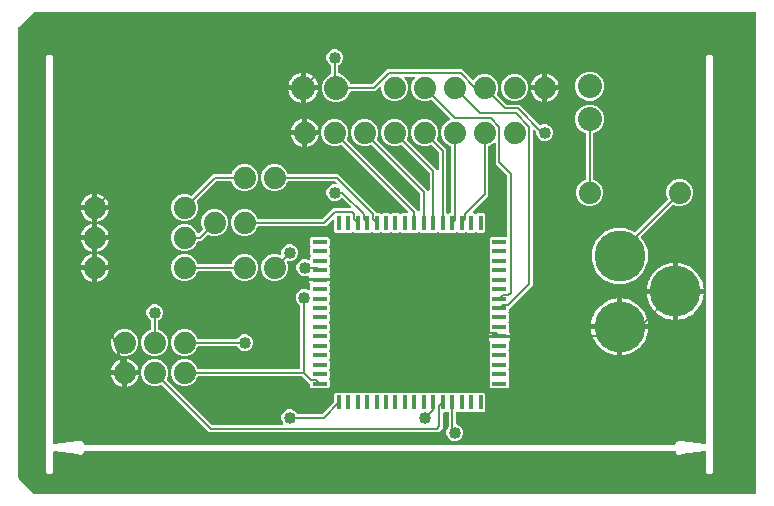
<source format=gbr>
G04 EAGLE Gerber RS-274X export*
G75*
%MOMM*%
%FSLAX34Y34*%
%LPD*%
%INTop Copper*%
%IPPOS*%
%AMOC8*
5,1,8,0,0,1.08239X$1,22.5*%
G01*
%ADD10C,2.032000*%
%ADD11C,1.879600*%
%ADD12C,4.318000*%
%ADD13R,1.270000X0.400000*%
%ADD14R,0.400000X1.270000*%
%ADD15C,0.203200*%
%ADD16C,1.016000*%

G36*
X698558Y62493D02*
X698558Y62493D01*
X698616Y62491D01*
X698698Y62513D01*
X698782Y62525D01*
X698835Y62549D01*
X698891Y62563D01*
X698964Y62606D01*
X699041Y62641D01*
X699086Y62679D01*
X699136Y62709D01*
X699194Y62770D01*
X699258Y62825D01*
X699290Y62873D01*
X699330Y62916D01*
X699369Y62991D01*
X699416Y63061D01*
X699433Y63117D01*
X699460Y63169D01*
X699471Y63237D01*
X699501Y63332D01*
X699504Y63432D01*
X699515Y63500D01*
X699515Y469900D01*
X699507Y469958D01*
X699509Y470016D01*
X699487Y470098D01*
X699475Y470182D01*
X699452Y470235D01*
X699437Y470291D01*
X699394Y470364D01*
X699359Y470441D01*
X699321Y470486D01*
X699292Y470536D01*
X699230Y470594D01*
X699176Y470658D01*
X699127Y470690D01*
X699084Y470730D01*
X699009Y470769D01*
X698939Y470816D01*
X698883Y470833D01*
X698831Y470860D01*
X698763Y470871D01*
X698668Y470901D01*
X698568Y470904D01*
X698500Y470915D01*
X88900Y470915D01*
X88813Y470903D01*
X88726Y470900D01*
X88673Y470883D01*
X88619Y470875D01*
X88539Y470840D01*
X88455Y470813D01*
X88416Y470785D01*
X88359Y470759D01*
X88246Y470663D01*
X88182Y470618D01*
X75482Y457918D01*
X75430Y457848D01*
X75370Y457784D01*
X75344Y457735D01*
X75311Y457691D01*
X75280Y457609D01*
X75240Y457531D01*
X75232Y457484D01*
X75210Y457425D01*
X75198Y457277D01*
X75185Y457200D01*
X75185Y76200D01*
X75197Y76113D01*
X75200Y76026D01*
X75217Y75973D01*
X75225Y75919D01*
X75260Y75839D01*
X75287Y75755D01*
X75315Y75716D01*
X75341Y75659D01*
X75437Y75546D01*
X75482Y75482D01*
X88182Y62782D01*
X88252Y62730D01*
X88316Y62670D01*
X88365Y62644D01*
X88409Y62611D01*
X88491Y62580D01*
X88569Y62540D01*
X88617Y62532D01*
X88675Y62510D01*
X88823Y62498D01*
X88900Y62485D01*
X698500Y62485D01*
X698558Y62493D01*
G37*
%LPC*%
G36*
X482400Y196915D02*
X482400Y196915D01*
X473509Y196915D01*
X473509Y198234D01*
X473682Y198881D01*
X474017Y199460D01*
X474098Y199541D01*
X474133Y199588D01*
X474176Y199628D01*
X474218Y199701D01*
X474269Y199768D01*
X474290Y199823D01*
X474320Y199874D01*
X474340Y199955D01*
X474370Y200034D01*
X474375Y200092D01*
X474390Y200149D01*
X474387Y200233D01*
X474394Y200317D01*
X474382Y200375D01*
X474381Y200433D01*
X474355Y200513D01*
X474338Y200596D01*
X474311Y200648D01*
X474293Y200704D01*
X474253Y200760D01*
X474207Y200848D01*
X474138Y200921D01*
X474098Y200977D01*
X474017Y201058D01*
X474017Y206742D01*
X474457Y207182D01*
X474492Y207229D01*
X474535Y207269D01*
X474578Y207342D01*
X474628Y207409D01*
X474649Y207464D01*
X474679Y207514D01*
X474700Y207596D01*
X474730Y207675D01*
X474734Y207733D01*
X474749Y207790D01*
X474746Y207874D01*
X474753Y207958D01*
X474742Y208016D01*
X474740Y208074D01*
X474714Y208154D01*
X474697Y208237D01*
X474670Y208289D01*
X474652Y208345D01*
X474612Y208401D01*
X474566Y208489D01*
X474498Y208562D01*
X474457Y208618D01*
X474017Y209058D01*
X474017Y214742D01*
X474457Y215182D01*
X474493Y215229D01*
X474535Y215269D01*
X474578Y215342D01*
X474628Y215409D01*
X474649Y215464D01*
X474679Y215514D01*
X474699Y215596D01*
X474730Y215675D01*
X474734Y215733D01*
X474749Y215790D01*
X474746Y215874D01*
X474753Y215958D01*
X474742Y216016D01*
X474740Y216074D01*
X474714Y216154D01*
X474697Y216237D01*
X474670Y216289D01*
X474652Y216345D01*
X474612Y216401D01*
X474566Y216489D01*
X474497Y216562D01*
X474457Y216618D01*
X474017Y217058D01*
X474017Y222742D01*
X474457Y223182D01*
X474493Y223229D01*
X474535Y223269D01*
X474578Y223342D01*
X474628Y223409D01*
X474649Y223464D01*
X474679Y223514D01*
X474699Y223596D01*
X474730Y223675D01*
X474734Y223733D01*
X474749Y223790D01*
X474746Y223874D01*
X474753Y223958D01*
X474742Y224016D01*
X474740Y224074D01*
X474714Y224154D01*
X474697Y224237D01*
X474670Y224289D01*
X474668Y224295D01*
X474667Y224301D01*
X474666Y224302D01*
X474652Y224345D01*
X474612Y224401D01*
X474566Y224489D01*
X474536Y224521D01*
X474521Y224545D01*
X474484Y224580D01*
X474457Y224618D01*
X474017Y225058D01*
X474017Y230742D01*
X474457Y231182D01*
X474493Y231229D01*
X474535Y231269D01*
X474578Y231342D01*
X474628Y231409D01*
X474649Y231464D01*
X474679Y231514D01*
X474699Y231596D01*
X474730Y231675D01*
X474734Y231733D01*
X474749Y231790D01*
X474746Y231874D01*
X474753Y231958D01*
X474742Y232016D01*
X474740Y232074D01*
X474714Y232154D01*
X474697Y232237D01*
X474670Y232289D01*
X474652Y232345D01*
X474612Y232401D01*
X474566Y232489D01*
X474497Y232562D01*
X474457Y232618D01*
X474017Y233058D01*
X474017Y238742D01*
X474457Y239182D01*
X474493Y239229D01*
X474535Y239269D01*
X474578Y239342D01*
X474628Y239409D01*
X474649Y239464D01*
X474679Y239514D01*
X474699Y239596D01*
X474730Y239675D01*
X474734Y239733D01*
X474749Y239790D01*
X474746Y239874D01*
X474753Y239958D01*
X474742Y240016D01*
X474740Y240074D01*
X474714Y240154D01*
X474697Y240237D01*
X474670Y240289D01*
X474652Y240345D01*
X474612Y240401D01*
X474566Y240489D01*
X474497Y240562D01*
X474457Y240618D01*
X474017Y241058D01*
X474017Y246742D01*
X474457Y247182D01*
X474492Y247229D01*
X474535Y247269D01*
X474578Y247342D01*
X474628Y247409D01*
X474649Y247464D01*
X474679Y247514D01*
X474700Y247596D01*
X474730Y247675D01*
X474734Y247733D01*
X474749Y247790D01*
X474746Y247874D01*
X474753Y247958D01*
X474742Y248016D01*
X474740Y248074D01*
X474714Y248154D01*
X474697Y248237D01*
X474670Y248289D01*
X474652Y248345D01*
X474612Y248401D01*
X474566Y248489D01*
X474498Y248562D01*
X474457Y248618D01*
X474017Y249058D01*
X474017Y254742D01*
X474457Y255182D01*
X474493Y255229D01*
X474535Y255269D01*
X474578Y255342D01*
X474628Y255409D01*
X474649Y255464D01*
X474679Y255514D01*
X474699Y255596D01*
X474730Y255675D01*
X474734Y255733D01*
X474749Y255790D01*
X474746Y255874D01*
X474753Y255958D01*
X474742Y256016D01*
X474740Y256074D01*
X474714Y256154D01*
X474697Y256237D01*
X474670Y256289D01*
X474652Y256345D01*
X474612Y256401D01*
X474566Y256489D01*
X474497Y256562D01*
X474457Y256618D01*
X474017Y257058D01*
X474017Y262742D01*
X474457Y263182D01*
X474493Y263229D01*
X474535Y263269D01*
X474578Y263342D01*
X474628Y263409D01*
X474649Y263464D01*
X474679Y263514D01*
X474699Y263596D01*
X474730Y263675D01*
X474734Y263733D01*
X474749Y263790D01*
X474746Y263874D01*
X474753Y263958D01*
X474742Y264016D01*
X474740Y264074D01*
X474714Y264154D01*
X474697Y264237D01*
X474670Y264289D01*
X474652Y264345D01*
X474612Y264401D01*
X474566Y264489D01*
X474497Y264562D01*
X474457Y264618D01*
X474017Y265058D01*
X474017Y270742D01*
X474457Y271182D01*
X474493Y271229D01*
X474535Y271269D01*
X474578Y271342D01*
X474628Y271409D01*
X474649Y271464D01*
X474679Y271514D01*
X474699Y271596D01*
X474730Y271675D01*
X474734Y271733D01*
X474749Y271790D01*
X474746Y271874D01*
X474753Y271958D01*
X474742Y272016D01*
X474740Y272074D01*
X474714Y272154D01*
X474697Y272237D01*
X474670Y272289D01*
X474652Y272345D01*
X474612Y272401D01*
X474566Y272489D01*
X474497Y272562D01*
X474457Y272618D01*
X474017Y273058D01*
X474017Y278742D01*
X475208Y279933D01*
X487734Y279933D01*
X487792Y279941D01*
X487850Y279939D01*
X487932Y279961D01*
X488016Y279973D01*
X488069Y279996D01*
X488125Y280011D01*
X488198Y280054D01*
X488275Y280089D01*
X488320Y280127D01*
X488370Y280156D01*
X488428Y280218D01*
X488492Y280272D01*
X488524Y280321D01*
X488564Y280364D01*
X488603Y280439D01*
X488650Y280509D01*
X488667Y280565D01*
X488694Y280617D01*
X488705Y280685D01*
X488735Y280780D01*
X488738Y280880D01*
X488749Y280948D01*
X488749Y332019D01*
X488737Y332105D01*
X488734Y332193D01*
X488717Y332245D01*
X488709Y332300D01*
X488674Y332380D01*
X488647Y332463D01*
X488619Y332502D01*
X488593Y332560D01*
X488497Y332673D01*
X488452Y332737D01*
X479351Y341837D01*
X479351Y359135D01*
X479347Y359164D01*
X479350Y359193D01*
X479327Y359304D01*
X479311Y359416D01*
X479299Y359443D01*
X479294Y359472D01*
X479241Y359572D01*
X479195Y359676D01*
X479176Y359698D01*
X479163Y359724D01*
X479085Y359806D01*
X479012Y359893D01*
X478987Y359909D01*
X478967Y359930D01*
X478869Y359987D01*
X478775Y360050D01*
X478747Y360059D01*
X478722Y360074D01*
X478612Y360102D01*
X478504Y360136D01*
X478474Y360137D01*
X478446Y360144D01*
X478333Y360140D01*
X478220Y360143D01*
X478191Y360136D01*
X478162Y360135D01*
X478054Y360100D01*
X477945Y360072D01*
X477919Y360057D01*
X477891Y360048D01*
X477827Y360002D01*
X477700Y359926D01*
X477657Y359881D01*
X477618Y359853D01*
X476375Y358609D01*
X473575Y357450D01*
X473574Y357449D01*
X473573Y357449D01*
X473454Y357378D01*
X473331Y357305D01*
X473330Y357304D01*
X473328Y357303D01*
X473231Y357200D01*
X473135Y357099D01*
X473135Y357097D01*
X473134Y357096D01*
X473069Y356970D01*
X473005Y356846D01*
X473005Y356844D01*
X473004Y356843D01*
X473002Y356828D01*
X472950Y356567D01*
X472953Y356537D01*
X472949Y356512D01*
X472949Y314798D01*
X460167Y302016D01*
X460149Y301992D01*
X460127Y301973D01*
X460064Y301879D01*
X459996Y301789D01*
X459986Y301761D01*
X459969Y301737D01*
X459935Y301629D01*
X459895Y301523D01*
X459892Y301494D01*
X459884Y301466D01*
X459881Y301352D01*
X459871Y301240D01*
X459877Y301211D01*
X459876Y301182D01*
X459905Y301072D01*
X459927Y300961D01*
X459941Y300935D01*
X459948Y300907D01*
X460006Y300809D01*
X460058Y300709D01*
X460078Y300687D01*
X460093Y300662D01*
X460176Y300585D01*
X460254Y300503D01*
X460279Y300488D01*
X460301Y300468D01*
X460401Y300416D01*
X460499Y300359D01*
X460528Y300352D01*
X460554Y300338D01*
X460631Y300325D01*
X460775Y300289D01*
X460837Y300291D01*
X460885Y300283D01*
X461242Y300283D01*
X461682Y299843D01*
X461729Y299807D01*
X461769Y299765D01*
X461842Y299722D01*
X461909Y299672D01*
X461964Y299651D01*
X462014Y299621D01*
X462096Y299601D01*
X462175Y299570D01*
X462233Y299566D01*
X462290Y299551D01*
X462374Y299554D01*
X462458Y299547D01*
X462516Y299558D01*
X462574Y299560D01*
X462654Y299586D01*
X462737Y299603D01*
X462789Y299630D01*
X462845Y299648D01*
X462901Y299688D01*
X462989Y299734D01*
X463062Y299803D01*
X463118Y299843D01*
X463558Y300283D01*
X469242Y300283D01*
X470433Y299092D01*
X470433Y284708D01*
X469242Y283517D01*
X463558Y283517D01*
X463118Y283957D01*
X463071Y283992D01*
X463031Y284035D01*
X462958Y284078D01*
X462891Y284128D01*
X462836Y284149D01*
X462786Y284179D01*
X462704Y284200D01*
X462625Y284230D01*
X462567Y284234D01*
X462510Y284249D01*
X462426Y284246D01*
X462342Y284253D01*
X462284Y284242D01*
X462226Y284240D01*
X462146Y284214D01*
X462063Y284197D01*
X462011Y284170D01*
X461955Y284152D01*
X461899Y284112D01*
X461811Y284066D01*
X461738Y283998D01*
X461682Y283957D01*
X461242Y283517D01*
X455558Y283517D01*
X455118Y283957D01*
X455071Y283992D01*
X455031Y284035D01*
X454958Y284078D01*
X454891Y284128D01*
X454836Y284149D01*
X454786Y284179D01*
X454704Y284200D01*
X454625Y284230D01*
X454567Y284234D01*
X454510Y284249D01*
X454426Y284246D01*
X454342Y284253D01*
X454284Y284242D01*
X454226Y284240D01*
X454146Y284214D01*
X454063Y284197D01*
X454011Y284170D01*
X453955Y284152D01*
X453899Y284112D01*
X453811Y284066D01*
X453738Y283998D01*
X453682Y283957D01*
X453242Y283517D01*
X447558Y283517D01*
X447118Y283957D01*
X447071Y283992D01*
X447031Y284035D01*
X446958Y284078D01*
X446891Y284128D01*
X446836Y284149D01*
X446786Y284179D01*
X446704Y284200D01*
X446625Y284230D01*
X446567Y284234D01*
X446510Y284249D01*
X446426Y284246D01*
X446342Y284253D01*
X446284Y284242D01*
X446226Y284240D01*
X446146Y284214D01*
X446063Y284197D01*
X446011Y284170D01*
X445955Y284152D01*
X445899Y284112D01*
X445811Y284066D01*
X445738Y283998D01*
X445682Y283957D01*
X445242Y283517D01*
X439558Y283517D01*
X439118Y283957D01*
X439071Y283992D01*
X439031Y284035D01*
X438958Y284078D01*
X438891Y284128D01*
X438836Y284149D01*
X438786Y284179D01*
X438704Y284200D01*
X438625Y284230D01*
X438567Y284234D01*
X438510Y284249D01*
X438426Y284246D01*
X438342Y284253D01*
X438284Y284242D01*
X438226Y284240D01*
X438146Y284214D01*
X438063Y284197D01*
X438011Y284170D01*
X437955Y284152D01*
X437899Y284112D01*
X437811Y284066D01*
X437738Y283998D01*
X437682Y283957D01*
X437242Y283517D01*
X431558Y283517D01*
X431118Y283957D01*
X431071Y283992D01*
X431031Y284035D01*
X430958Y284078D01*
X430891Y284128D01*
X430836Y284149D01*
X430786Y284179D01*
X430704Y284200D01*
X430625Y284230D01*
X430567Y284234D01*
X430510Y284249D01*
X430426Y284246D01*
X430342Y284253D01*
X430284Y284242D01*
X430226Y284240D01*
X430146Y284214D01*
X430063Y284197D01*
X430011Y284170D01*
X429955Y284152D01*
X429899Y284112D01*
X429811Y284066D01*
X429738Y283998D01*
X429682Y283957D01*
X429242Y283517D01*
X423558Y283517D01*
X423118Y283957D01*
X423071Y283992D01*
X423031Y284035D01*
X422958Y284078D01*
X422891Y284128D01*
X422836Y284149D01*
X422786Y284179D01*
X422704Y284200D01*
X422625Y284230D01*
X422567Y284234D01*
X422510Y284249D01*
X422426Y284246D01*
X422342Y284253D01*
X422284Y284242D01*
X422226Y284240D01*
X422146Y284214D01*
X422063Y284197D01*
X422011Y284170D01*
X421955Y284152D01*
X421899Y284112D01*
X421811Y284066D01*
X421738Y283998D01*
X421682Y283957D01*
X421242Y283517D01*
X415558Y283517D01*
X415118Y283957D01*
X415071Y283992D01*
X415031Y284035D01*
X414958Y284078D01*
X414891Y284128D01*
X414836Y284149D01*
X414786Y284179D01*
X414704Y284200D01*
X414625Y284230D01*
X414567Y284234D01*
X414510Y284249D01*
X414426Y284246D01*
X414342Y284253D01*
X414284Y284242D01*
X414226Y284240D01*
X414146Y284214D01*
X414063Y284197D01*
X414011Y284170D01*
X413955Y284152D01*
X413899Y284112D01*
X413811Y284066D01*
X413738Y283998D01*
X413682Y283957D01*
X413242Y283517D01*
X407558Y283517D01*
X407118Y283957D01*
X407071Y283993D01*
X407031Y284035D01*
X406958Y284078D01*
X406891Y284128D01*
X406836Y284149D01*
X406786Y284179D01*
X406704Y284199D01*
X406625Y284230D01*
X406567Y284234D01*
X406510Y284249D01*
X406426Y284246D01*
X406342Y284253D01*
X406284Y284242D01*
X406226Y284240D01*
X406146Y284214D01*
X406063Y284197D01*
X406011Y284170D01*
X405955Y284152D01*
X405899Y284112D01*
X405811Y284066D01*
X405738Y283997D01*
X405682Y283957D01*
X405242Y283517D01*
X399558Y283517D01*
X399118Y283957D01*
X399071Y283993D01*
X399031Y284035D01*
X398958Y284078D01*
X398891Y284128D01*
X398836Y284149D01*
X398786Y284179D01*
X398704Y284199D01*
X398625Y284230D01*
X398567Y284234D01*
X398510Y284249D01*
X398426Y284246D01*
X398342Y284253D01*
X398284Y284242D01*
X398226Y284240D01*
X398146Y284214D01*
X398063Y284197D01*
X398011Y284170D01*
X397955Y284152D01*
X397899Y284112D01*
X397811Y284066D01*
X397738Y283997D01*
X397682Y283957D01*
X397242Y283517D01*
X391558Y283517D01*
X391118Y283957D01*
X391071Y283993D01*
X391031Y284035D01*
X390958Y284078D01*
X390891Y284128D01*
X390836Y284149D01*
X390786Y284179D01*
X390704Y284199D01*
X390625Y284230D01*
X390567Y284234D01*
X390510Y284249D01*
X390426Y284246D01*
X390342Y284253D01*
X390284Y284242D01*
X390226Y284240D01*
X390146Y284214D01*
X390063Y284197D01*
X390011Y284170D01*
X389955Y284152D01*
X389899Y284112D01*
X389811Y284066D01*
X389738Y283997D01*
X389682Y283957D01*
X389242Y283517D01*
X383558Y283517D01*
X383118Y283957D01*
X383071Y283993D01*
X383031Y284035D01*
X382958Y284078D01*
X382891Y284128D01*
X382836Y284149D01*
X382786Y284179D01*
X382704Y284199D01*
X382625Y284230D01*
X382567Y284234D01*
X382510Y284249D01*
X382426Y284246D01*
X382342Y284253D01*
X382284Y284242D01*
X382226Y284240D01*
X382146Y284214D01*
X382063Y284197D01*
X382011Y284170D01*
X381955Y284152D01*
X381899Y284112D01*
X381811Y284066D01*
X381738Y283997D01*
X381682Y283957D01*
X381242Y283517D01*
X375558Y283517D01*
X375118Y283957D01*
X375071Y283993D01*
X375031Y284035D01*
X374958Y284078D01*
X374891Y284128D01*
X374836Y284149D01*
X374786Y284179D01*
X374704Y284199D01*
X374625Y284230D01*
X374567Y284234D01*
X374510Y284249D01*
X374426Y284246D01*
X374342Y284253D01*
X374284Y284242D01*
X374226Y284240D01*
X374146Y284214D01*
X374063Y284197D01*
X374011Y284170D01*
X373955Y284152D01*
X373899Y284112D01*
X373811Y284066D01*
X373738Y283997D01*
X373682Y283957D01*
X373242Y283517D01*
X367558Y283517D01*
X367118Y283957D01*
X367071Y283993D01*
X367031Y284035D01*
X366958Y284078D01*
X366891Y284128D01*
X366836Y284149D01*
X366786Y284179D01*
X366704Y284199D01*
X366625Y284230D01*
X366567Y284234D01*
X366510Y284249D01*
X366426Y284246D01*
X366342Y284253D01*
X366284Y284242D01*
X366226Y284240D01*
X366146Y284214D01*
X366063Y284197D01*
X366011Y284170D01*
X365955Y284152D01*
X365899Y284112D01*
X365811Y284066D01*
X365738Y283997D01*
X365682Y283957D01*
X365242Y283517D01*
X359558Y283517D01*
X359118Y283957D01*
X359071Y283993D01*
X359031Y284035D01*
X358958Y284078D01*
X358891Y284128D01*
X358836Y284149D01*
X358786Y284179D01*
X358704Y284199D01*
X358625Y284230D01*
X358567Y284234D01*
X358510Y284249D01*
X358426Y284246D01*
X358342Y284253D01*
X358284Y284242D01*
X358226Y284240D01*
X358146Y284214D01*
X358063Y284197D01*
X358011Y284170D01*
X357955Y284152D01*
X357899Y284112D01*
X357811Y284066D01*
X357738Y283997D01*
X357682Y283957D01*
X357242Y283517D01*
X351558Y283517D01*
X351118Y283957D01*
X351071Y283993D01*
X351031Y284035D01*
X350958Y284078D01*
X350891Y284128D01*
X350836Y284149D01*
X350786Y284179D01*
X350704Y284199D01*
X350625Y284230D01*
X350567Y284234D01*
X350510Y284249D01*
X350426Y284246D01*
X350342Y284253D01*
X350284Y284242D01*
X350226Y284240D01*
X350146Y284214D01*
X350063Y284197D01*
X350011Y284170D01*
X349955Y284152D01*
X349899Y284112D01*
X349811Y284066D01*
X349738Y283997D01*
X349682Y283957D01*
X349242Y283517D01*
X343558Y283517D01*
X342367Y284708D01*
X342367Y293765D01*
X342363Y293794D01*
X342366Y293823D01*
X342343Y293935D01*
X342327Y294047D01*
X342315Y294073D01*
X342310Y294102D01*
X342258Y294203D01*
X342211Y294306D01*
X342192Y294329D01*
X342179Y294355D01*
X342101Y294437D01*
X342028Y294523D01*
X342003Y294539D01*
X341983Y294561D01*
X341885Y294618D01*
X341791Y294681D01*
X341763Y294690D01*
X341738Y294704D01*
X341628Y294732D01*
X341520Y294766D01*
X341490Y294767D01*
X341462Y294774D01*
X341349Y294771D01*
X341236Y294774D01*
X341207Y294766D01*
X341178Y294765D01*
X341070Y294731D01*
X340961Y294702D01*
X340935Y294687D01*
X340907Y294678D01*
X340844Y294632D01*
X340716Y294557D01*
X340673Y294511D01*
X340634Y294483D01*
X335202Y289051D01*
X278488Y289051D01*
X278487Y289051D01*
X278485Y289051D01*
X278345Y289031D01*
X278207Y289011D01*
X278205Y289011D01*
X278204Y289011D01*
X278078Y288954D01*
X277947Y288895D01*
X277946Y288894D01*
X277945Y288893D01*
X277837Y288802D01*
X277730Y288712D01*
X277729Y288710D01*
X277728Y288709D01*
X277720Y288696D01*
X277573Y288475D01*
X277563Y288446D01*
X277550Y288425D01*
X276390Y285625D01*
X273175Y282410D01*
X268974Y280669D01*
X264426Y280669D01*
X260225Y282410D01*
X257010Y285625D01*
X255269Y289826D01*
X255269Y294374D01*
X257010Y298575D01*
X260225Y301790D01*
X264426Y303531D01*
X268974Y303531D01*
X273175Y301790D01*
X276390Y298575D01*
X277550Y295775D01*
X277551Y295774D01*
X277551Y295773D01*
X277624Y295650D01*
X277695Y295531D01*
X277696Y295530D01*
X277697Y295528D01*
X277800Y295431D01*
X277901Y295335D01*
X277903Y295335D01*
X277904Y295334D01*
X278030Y295269D01*
X278154Y295205D01*
X278156Y295205D01*
X278157Y295204D01*
X278172Y295202D01*
X278433Y295150D01*
X278463Y295153D01*
X278488Y295149D01*
X332256Y295149D01*
X332343Y295161D01*
X332430Y295164D01*
X332483Y295181D01*
X332538Y295189D01*
X332617Y295224D01*
X332701Y295251D01*
X332740Y295279D01*
X332797Y295305D01*
X332910Y295401D01*
X332974Y295446D01*
X341875Y304347D01*
X355851Y304347D01*
X355880Y304351D01*
X355909Y304348D01*
X356021Y304371D01*
X356133Y304387D01*
X356159Y304399D01*
X356188Y304404D01*
X356289Y304456D01*
X356392Y304503D01*
X356415Y304522D01*
X356441Y304535D01*
X356523Y304613D01*
X356609Y304686D01*
X356625Y304711D01*
X356647Y304731D01*
X356704Y304829D01*
X356767Y304923D01*
X356776Y304951D01*
X356790Y304976D01*
X356818Y305086D01*
X356852Y305194D01*
X356853Y305224D01*
X356860Y305252D01*
X356857Y305365D01*
X356860Y305478D01*
X356852Y305507D01*
X356851Y305536D01*
X356817Y305644D01*
X356788Y305753D01*
X356773Y305779D01*
X356764Y305807D01*
X356718Y305870D01*
X356643Y305998D01*
X356597Y306041D01*
X356569Y306080D01*
X349772Y312877D01*
X349725Y312912D01*
X349685Y312955D01*
X349612Y312997D01*
X349545Y313048D01*
X349490Y313069D01*
X349440Y313098D01*
X349358Y313119D01*
X349279Y313149D01*
X349221Y313154D01*
X349164Y313168D01*
X349080Y313166D01*
X348996Y313173D01*
X348938Y313161D01*
X348880Y313159D01*
X348800Y313133D01*
X348717Y313117D01*
X348665Y313090D01*
X348609Y313072D01*
X348553Y313032D01*
X348465Y312986D01*
X348392Y312917D01*
X348336Y312877D01*
X346929Y311470D01*
X344315Y310387D01*
X341485Y310387D01*
X338871Y311470D01*
X336870Y313471D01*
X335787Y316085D01*
X335787Y318915D01*
X336870Y321529D01*
X338871Y323530D01*
X341485Y324613D01*
X343585Y324613D01*
X343614Y324617D01*
X343644Y324614D01*
X343755Y324637D01*
X343867Y324653D01*
X343893Y324665D01*
X343922Y324670D01*
X344023Y324723D01*
X344126Y324769D01*
X344148Y324788D01*
X344175Y324801D01*
X344257Y324879D01*
X344343Y324952D01*
X344359Y324977D01*
X344381Y324997D01*
X344438Y325095D01*
X344501Y325189D01*
X344510Y325217D01*
X344524Y325242D01*
X344552Y325352D01*
X344586Y325460D01*
X344587Y325490D01*
X344594Y325518D01*
X344591Y325631D01*
X344594Y325744D01*
X344586Y325773D01*
X344585Y325802D01*
X344551Y325910D01*
X344522Y326019D01*
X344507Y326045D01*
X344498Y326073D01*
X344452Y326137D01*
X344377Y326264D01*
X344331Y326307D01*
X344303Y326346D01*
X343795Y326854D01*
X343725Y326907D01*
X343661Y326966D01*
X343612Y326992D01*
X343568Y327025D01*
X343486Y327056D01*
X343408Y327096D01*
X343361Y327104D01*
X343302Y327126D01*
X343155Y327138D01*
X343077Y327151D01*
X303888Y327151D01*
X303887Y327151D01*
X303885Y327151D01*
X303745Y327131D01*
X303607Y327111D01*
X303605Y327111D01*
X303604Y327111D01*
X303478Y327054D01*
X303347Y326995D01*
X303346Y326994D01*
X303345Y326993D01*
X303237Y326902D01*
X303130Y326812D01*
X303129Y326810D01*
X303128Y326809D01*
X303120Y326796D01*
X302973Y326575D01*
X302963Y326546D01*
X302950Y326525D01*
X301790Y323725D01*
X298575Y320510D01*
X294374Y318769D01*
X289826Y318769D01*
X285625Y320510D01*
X282410Y323725D01*
X280669Y327926D01*
X280669Y332474D01*
X282410Y336675D01*
X285625Y339890D01*
X289826Y341631D01*
X294374Y341631D01*
X298575Y339890D01*
X301790Y336675D01*
X302950Y333875D01*
X302951Y333874D01*
X302951Y333873D01*
X303022Y333754D01*
X303095Y333631D01*
X303096Y333630D01*
X303097Y333628D01*
X303200Y333531D01*
X303301Y333435D01*
X303303Y333435D01*
X303304Y333434D01*
X303430Y333369D01*
X303554Y333305D01*
X303556Y333305D01*
X303557Y333304D01*
X303572Y333302D01*
X303833Y333250D01*
X303863Y333253D01*
X303888Y333249D01*
X346023Y333249D01*
X378692Y300580D01*
X378762Y300528D01*
X378826Y300468D01*
X378875Y300442D01*
X378919Y300409D01*
X379001Y300378D01*
X379079Y300338D01*
X379126Y300330D01*
X379185Y300308D01*
X379332Y300296D01*
X379410Y300283D01*
X381242Y300283D01*
X381682Y299843D01*
X381729Y299808D01*
X381769Y299765D01*
X381842Y299722D01*
X381909Y299672D01*
X381964Y299651D01*
X382014Y299621D01*
X382096Y299600D01*
X382175Y299570D01*
X382233Y299566D01*
X382290Y299551D01*
X382374Y299554D01*
X382458Y299547D01*
X382516Y299558D01*
X382574Y299560D01*
X382654Y299586D01*
X382737Y299603D01*
X382789Y299630D01*
X382845Y299648D01*
X382901Y299688D01*
X382989Y299734D01*
X383062Y299802D01*
X383118Y299843D01*
X383558Y300283D01*
X389242Y300283D01*
X389682Y299843D01*
X389729Y299808D01*
X389769Y299765D01*
X389842Y299722D01*
X389909Y299672D01*
X389964Y299651D01*
X390014Y299621D01*
X390096Y299600D01*
X390175Y299570D01*
X390233Y299566D01*
X390290Y299551D01*
X390374Y299554D01*
X390458Y299547D01*
X390516Y299558D01*
X390574Y299560D01*
X390654Y299586D01*
X390737Y299603D01*
X390789Y299630D01*
X390845Y299648D01*
X390901Y299688D01*
X390989Y299734D01*
X391062Y299802D01*
X391118Y299843D01*
X391558Y300283D01*
X397242Y300283D01*
X397682Y299843D01*
X397729Y299808D01*
X397769Y299765D01*
X397842Y299722D01*
X397909Y299672D01*
X397964Y299651D01*
X398014Y299621D01*
X398096Y299600D01*
X398175Y299570D01*
X398233Y299566D01*
X398290Y299551D01*
X398374Y299554D01*
X398458Y299547D01*
X398516Y299558D01*
X398574Y299560D01*
X398654Y299586D01*
X398737Y299603D01*
X398789Y299630D01*
X398845Y299648D01*
X398901Y299688D01*
X398989Y299734D01*
X399062Y299802D01*
X399118Y299843D01*
X399558Y300283D01*
X404155Y300283D01*
X404184Y300287D01*
X404213Y300284D01*
X404324Y300307D01*
X404436Y300323D01*
X404463Y300335D01*
X404492Y300340D01*
X404592Y300392D01*
X404696Y300439D01*
X404718Y300458D01*
X404744Y300471D01*
X404826Y300549D01*
X404913Y300622D01*
X404929Y300647D01*
X404950Y300667D01*
X405007Y300765D01*
X405070Y300859D01*
X405079Y300887D01*
X405094Y300912D01*
X405122Y301022D01*
X405156Y301130D01*
X405157Y301160D01*
X405164Y301188D01*
X405160Y301301D01*
X405163Y301414D01*
X405156Y301443D01*
X405155Y301472D01*
X405120Y301580D01*
X405091Y301689D01*
X405076Y301715D01*
X405067Y301743D01*
X405022Y301806D01*
X404946Y301934D01*
X404901Y301977D01*
X404873Y302016D01*
X349080Y357809D01*
X349078Y357810D01*
X349077Y357811D01*
X348962Y357897D01*
X348852Y357980D01*
X348851Y357980D01*
X348850Y357981D01*
X348716Y358032D01*
X348587Y358081D01*
X348585Y358081D01*
X348584Y358082D01*
X348439Y358093D01*
X348303Y358104D01*
X348302Y358104D01*
X348300Y358104D01*
X348285Y358101D01*
X348025Y358049D01*
X347998Y358034D01*
X347973Y358029D01*
X345174Y356869D01*
X340626Y356869D01*
X336425Y358610D01*
X333210Y361825D01*
X331469Y366026D01*
X331469Y370574D01*
X333210Y374775D01*
X336425Y377990D01*
X340626Y379731D01*
X345174Y379731D01*
X349375Y377990D01*
X352590Y374775D01*
X354331Y370574D01*
X354331Y366026D01*
X353171Y363227D01*
X353171Y363225D01*
X353170Y363224D01*
X353136Y363090D01*
X353100Y362951D01*
X353100Y362950D01*
X353100Y362948D01*
X353104Y362808D01*
X353108Y362667D01*
X353109Y362666D01*
X353109Y362664D01*
X353152Y362531D01*
X353195Y362397D01*
X353196Y362395D01*
X353196Y362394D01*
X353205Y362382D01*
X353353Y362160D01*
X353377Y362141D01*
X353391Y362120D01*
X411365Y304146D01*
X413618Y301893D01*
X413642Y301876D01*
X413661Y301853D01*
X413755Y301791D01*
X413845Y301723D01*
X413873Y301712D01*
X413897Y301696D01*
X414005Y301662D01*
X414111Y301621D01*
X414140Y301619D01*
X414168Y301610D01*
X414282Y301607D01*
X414394Y301598D01*
X414423Y301603D01*
X414452Y301603D01*
X414562Y301631D01*
X414673Y301654D01*
X414699Y301667D01*
X414727Y301675D01*
X414825Y301732D01*
X414925Y301785D01*
X414947Y301805D01*
X414972Y301820D01*
X415049Y301902D01*
X415131Y301980D01*
X415146Y302006D01*
X415166Y302027D01*
X415218Y302128D01*
X415275Y302226D01*
X415282Y302254D01*
X415296Y302280D01*
X415309Y302358D01*
X415345Y302501D01*
X415343Y302564D01*
X415351Y302611D01*
X415351Y316517D01*
X415339Y316603D01*
X415336Y316691D01*
X415319Y316743D01*
X415311Y316798D01*
X415276Y316878D01*
X415249Y316961D01*
X415221Y317000D01*
X415195Y317058D01*
X415099Y317171D01*
X415054Y317235D01*
X374480Y357809D01*
X374478Y357810D01*
X374477Y357811D01*
X374362Y357897D01*
X374252Y357980D01*
X374251Y357980D01*
X374250Y357981D01*
X374116Y358032D01*
X373987Y358081D01*
X373985Y358081D01*
X373984Y358082D01*
X373839Y358093D01*
X373703Y358104D01*
X373702Y358104D01*
X373700Y358104D01*
X373685Y358101D01*
X373425Y358049D01*
X373398Y358034D01*
X373373Y358029D01*
X370574Y356869D01*
X366026Y356869D01*
X361825Y358610D01*
X358610Y361825D01*
X356869Y366026D01*
X356869Y370574D01*
X358610Y374775D01*
X361825Y377990D01*
X366026Y379731D01*
X370574Y379731D01*
X374775Y377990D01*
X377990Y374775D01*
X379731Y370574D01*
X379731Y366026D01*
X378571Y363227D01*
X378571Y363225D01*
X378570Y363224D01*
X378536Y363090D01*
X378500Y362951D01*
X378500Y362950D01*
X378500Y362948D01*
X378504Y362808D01*
X378508Y362667D01*
X378509Y362666D01*
X378509Y362664D01*
X378552Y362531D01*
X378595Y362397D01*
X378596Y362395D01*
X378596Y362394D01*
X378605Y362382D01*
X378753Y362160D01*
X378777Y362141D01*
X378791Y362120D01*
X419365Y321546D01*
X421618Y319293D01*
X421642Y319276D01*
X421661Y319253D01*
X421755Y319191D01*
X421845Y319123D01*
X421873Y319112D01*
X421897Y319096D01*
X422005Y319062D01*
X422111Y319021D01*
X422140Y319019D01*
X422168Y319010D01*
X422282Y319007D01*
X422394Y318998D01*
X422423Y319003D01*
X422452Y319003D01*
X422562Y319031D01*
X422673Y319054D01*
X422699Y319067D01*
X422727Y319075D01*
X422825Y319132D01*
X422925Y319185D01*
X422947Y319205D01*
X422972Y319220D01*
X423049Y319302D01*
X423131Y319380D01*
X423146Y319406D01*
X423166Y319427D01*
X423218Y319528D01*
X423275Y319626D01*
X423282Y319654D01*
X423296Y319680D01*
X423309Y319758D01*
X423345Y319901D01*
X423343Y319964D01*
X423351Y320011D01*
X423351Y333917D01*
X423339Y334003D01*
X423336Y334091D01*
X423319Y334143D01*
X423311Y334198D01*
X423276Y334278D01*
X423249Y334361D01*
X423221Y334400D01*
X423195Y334458D01*
X423099Y334571D01*
X423054Y334635D01*
X399880Y357809D01*
X399878Y357810D01*
X399877Y357811D01*
X399764Y357896D01*
X399652Y357980D01*
X399651Y357980D01*
X399650Y357981D01*
X399518Y358031D01*
X399387Y358081D01*
X399385Y358081D01*
X399384Y358082D01*
X399239Y358093D01*
X399103Y358104D01*
X399102Y358104D01*
X399100Y358104D01*
X399085Y358101D01*
X398825Y358049D01*
X398798Y358035D01*
X398773Y358029D01*
X395974Y356869D01*
X391426Y356869D01*
X387225Y358610D01*
X384010Y361825D01*
X382269Y366026D01*
X382269Y370574D01*
X384010Y374775D01*
X387225Y377990D01*
X391426Y379731D01*
X395974Y379731D01*
X400175Y377990D01*
X403390Y374775D01*
X405131Y370574D01*
X405131Y366026D01*
X403971Y363227D01*
X403971Y363225D01*
X403970Y363224D01*
X403936Y363090D01*
X403900Y362951D01*
X403900Y362950D01*
X403900Y362948D01*
X403904Y362808D01*
X403908Y362667D01*
X403909Y362666D01*
X403909Y362664D01*
X403952Y362531D01*
X403995Y362397D01*
X403996Y362395D01*
X403996Y362394D01*
X404005Y362382D01*
X404153Y362160D01*
X404177Y362141D01*
X404191Y362120D01*
X427365Y338946D01*
X429618Y336693D01*
X429642Y336676D01*
X429661Y336653D01*
X429755Y336591D01*
X429845Y336523D01*
X429873Y336512D01*
X429897Y336496D01*
X430005Y336462D01*
X430111Y336421D01*
X430140Y336419D01*
X430168Y336410D01*
X430282Y336407D01*
X430394Y336398D01*
X430423Y336403D01*
X430452Y336403D01*
X430562Y336431D01*
X430673Y336454D01*
X430699Y336467D01*
X430727Y336475D01*
X430825Y336532D01*
X430925Y336585D01*
X430947Y336605D01*
X430972Y336620D01*
X431049Y336702D01*
X431131Y336780D01*
X431146Y336806D01*
X431166Y336827D01*
X431218Y336928D01*
X431275Y337026D01*
X431282Y337054D01*
X431296Y337080D01*
X431309Y337158D01*
X431345Y337301D01*
X431343Y337364D01*
X431351Y337411D01*
X431351Y351317D01*
X431339Y351403D01*
X431336Y351491D01*
X431319Y351543D01*
X431311Y351598D01*
X431276Y351678D01*
X431249Y351761D01*
X431221Y351800D01*
X431195Y351858D01*
X431099Y351971D01*
X431054Y352035D01*
X425280Y357809D01*
X425278Y357810D01*
X425277Y357811D01*
X425164Y357896D01*
X425052Y357980D01*
X425051Y357980D01*
X425050Y357981D01*
X424918Y358031D01*
X424787Y358081D01*
X424785Y358081D01*
X424784Y358082D01*
X424639Y358093D01*
X424503Y358104D01*
X424502Y358104D01*
X424500Y358104D01*
X424485Y358101D01*
X424225Y358049D01*
X424198Y358035D01*
X424173Y358029D01*
X421374Y356869D01*
X416826Y356869D01*
X412625Y358610D01*
X409410Y361825D01*
X407669Y366026D01*
X407669Y370574D01*
X409410Y374775D01*
X412625Y377990D01*
X416826Y379731D01*
X421374Y379731D01*
X425575Y377990D01*
X428790Y374775D01*
X430531Y370574D01*
X430531Y366026D01*
X429371Y363227D01*
X429371Y363225D01*
X429370Y363224D01*
X429336Y363090D01*
X429300Y362951D01*
X429300Y362950D01*
X429300Y362948D01*
X429304Y362808D01*
X429308Y362667D01*
X429309Y362666D01*
X429309Y362664D01*
X429352Y362531D01*
X429395Y362397D01*
X429396Y362395D01*
X429396Y362394D01*
X429405Y362382D01*
X429553Y362160D01*
X429577Y362141D01*
X429591Y362120D01*
X435365Y356346D01*
X435366Y356346D01*
X437449Y354263D01*
X437449Y300624D01*
X437453Y300595D01*
X437450Y300566D01*
X437473Y300455D01*
X437489Y300343D01*
X437501Y300316D01*
X437506Y300287D01*
X437559Y300187D01*
X437605Y300084D01*
X437624Y300061D01*
X437637Y300035D01*
X437715Y299953D01*
X437788Y299867D01*
X437813Y299850D01*
X437833Y299829D01*
X437931Y299772D01*
X438025Y299709D01*
X438053Y299700D01*
X438078Y299685D01*
X438188Y299657D01*
X438296Y299623D01*
X438326Y299622D01*
X438354Y299615D01*
X438467Y299619D01*
X438580Y299616D01*
X438609Y299623D01*
X438638Y299624D01*
X438746Y299659D01*
X438855Y299688D01*
X438881Y299703D01*
X438909Y299712D01*
X438973Y299757D01*
X439100Y299833D01*
X439143Y299879D01*
X439182Y299907D01*
X439558Y300283D01*
X440436Y300283D01*
X440494Y300291D01*
X440552Y300289D01*
X440634Y300311D01*
X440718Y300323D01*
X440771Y300346D01*
X440827Y300361D01*
X440900Y300404D01*
X440977Y300439D01*
X441022Y300477D01*
X441072Y300506D01*
X441130Y300568D01*
X441194Y300622D01*
X441226Y300671D01*
X441266Y300714D01*
X441305Y300789D01*
X441352Y300859D01*
X441369Y300915D01*
X441396Y300967D01*
X441407Y301035D01*
X441437Y301130D01*
X441440Y301230D01*
X441451Y301298D01*
X441451Y356512D01*
X441451Y356513D01*
X441451Y356515D01*
X441431Y356655D01*
X441411Y356793D01*
X441411Y356795D01*
X441411Y356796D01*
X441354Y356922D01*
X441295Y357053D01*
X441294Y357054D01*
X441293Y357055D01*
X441203Y357162D01*
X441112Y357270D01*
X441110Y357271D01*
X441109Y357272D01*
X441096Y357280D01*
X440875Y357427D01*
X440846Y357437D01*
X440825Y357450D01*
X438025Y358610D01*
X434810Y361825D01*
X433069Y366026D01*
X433069Y370574D01*
X434810Y374775D01*
X438025Y377990D01*
X440279Y378924D01*
X440378Y378983D01*
X440480Y379035D01*
X440500Y379055D01*
X440524Y379069D01*
X440603Y379152D01*
X440686Y379231D01*
X440700Y379255D01*
X440719Y379275D01*
X440772Y379377D01*
X440830Y379477D01*
X440837Y379503D01*
X440849Y379528D01*
X440872Y379641D01*
X440900Y379752D01*
X440899Y379780D01*
X440904Y379807D01*
X440894Y379921D01*
X440891Y380036D01*
X440882Y380063D01*
X440880Y380090D01*
X440839Y380197D01*
X440803Y380307D01*
X440789Y380327D01*
X440778Y380356D01*
X440617Y380568D01*
X440608Y380580D01*
X425280Y395909D01*
X425278Y395910D01*
X425277Y395911D01*
X425159Y395999D01*
X425052Y396080D01*
X425051Y396080D01*
X425050Y396081D01*
X424916Y396132D01*
X424787Y396181D01*
X424785Y396181D01*
X424784Y396182D01*
X424639Y396193D01*
X424503Y396204D01*
X424502Y396204D01*
X424500Y396204D01*
X424485Y396201D01*
X424225Y396149D01*
X424198Y396135D01*
X424173Y396129D01*
X421374Y394969D01*
X416826Y394969D01*
X412625Y396710D01*
X409410Y399925D01*
X407669Y404126D01*
X407669Y408674D01*
X409409Y412875D01*
X410599Y414064D01*
X410615Y414085D01*
X410633Y414101D01*
X410634Y414103D01*
X410639Y414107D01*
X410701Y414201D01*
X410770Y414291D01*
X410780Y414319D01*
X410796Y414343D01*
X410830Y414451D01*
X410871Y414557D01*
X410873Y414586D01*
X410882Y414614D01*
X410885Y414728D01*
X410894Y414840D01*
X410889Y414869D01*
X410889Y414898D01*
X410861Y415008D01*
X410838Y415119D01*
X410825Y415145D01*
X410818Y415173D01*
X410760Y415271D01*
X410707Y415371D01*
X410687Y415393D01*
X410672Y415418D01*
X410590Y415495D01*
X410512Y415577D01*
X410486Y415592D01*
X410465Y415612D01*
X410364Y415664D01*
X410266Y415721D01*
X410238Y415728D01*
X410212Y415742D01*
X410134Y415755D01*
X409991Y415791D01*
X409928Y415789D01*
X409881Y415797D01*
X402919Y415797D01*
X402890Y415793D01*
X402861Y415796D01*
X402750Y415773D01*
X402638Y415757D01*
X402611Y415745D01*
X402582Y415740D01*
X402482Y415687D01*
X402378Y415641D01*
X402356Y415622D01*
X402330Y415609D01*
X402248Y415531D01*
X402161Y415458D01*
X402145Y415433D01*
X402124Y415413D01*
X402067Y415315D01*
X402004Y415221D01*
X401995Y415193D01*
X401980Y415168D01*
X401952Y415058D01*
X401918Y414950D01*
X401917Y414920D01*
X401910Y414892D01*
X401914Y414779D01*
X401911Y414666D01*
X401918Y414637D01*
X401919Y414608D01*
X401954Y414500D01*
X401982Y414391D01*
X401997Y414365D01*
X402006Y414337D01*
X402052Y414273D01*
X402128Y414146D01*
X402133Y414141D01*
X402174Y414102D01*
X402201Y414064D01*
X403391Y412875D01*
X405131Y408674D01*
X405131Y404126D01*
X403390Y399925D01*
X400175Y396710D01*
X395974Y394969D01*
X391426Y394969D01*
X387225Y396710D01*
X384010Y399925D01*
X382269Y404126D01*
X382269Y405808D01*
X382265Y405837D01*
X382268Y405866D01*
X382245Y405977D01*
X382229Y406090D01*
X382217Y406116D01*
X382212Y406145D01*
X382160Y406246D01*
X382113Y406349D01*
X382094Y406371D01*
X382081Y406397D01*
X382003Y406479D01*
X381930Y406566D01*
X381905Y406582D01*
X381885Y406603D01*
X381787Y406661D01*
X381693Y406724D01*
X381665Y406732D01*
X381640Y406747D01*
X381530Y406775D01*
X381422Y406809D01*
X381392Y406810D01*
X381364Y406817D01*
X381251Y406814D01*
X381138Y406817D01*
X381109Y406809D01*
X381080Y406808D01*
X380972Y406773D01*
X380863Y406745D01*
X380837Y406730D01*
X380809Y406721D01*
X380746Y406675D01*
X380618Y406600D01*
X380575Y406554D01*
X380536Y406526D01*
X377362Y403351D01*
X356783Y403351D01*
X356781Y403351D01*
X356780Y403351D01*
X356640Y403331D01*
X356501Y403311D01*
X356500Y403311D01*
X356498Y403311D01*
X356372Y403254D01*
X356242Y403195D01*
X356241Y403194D01*
X356239Y403193D01*
X356132Y403102D01*
X356025Y403012D01*
X356024Y403010D01*
X356023Y403009D01*
X356015Y402996D01*
X355867Y402775D01*
X355858Y402746D01*
X355845Y402725D01*
X354507Y399493D01*
X351077Y396064D01*
X346595Y394207D01*
X341745Y394207D01*
X337263Y396064D01*
X333834Y399493D01*
X331977Y403975D01*
X331977Y408825D01*
X333834Y413307D01*
X337263Y416737D01*
X339225Y417549D01*
X339226Y417550D01*
X339227Y417550D01*
X339348Y417622D01*
X339469Y417693D01*
X339470Y417694D01*
X339472Y417695D01*
X339569Y417799D01*
X339665Y417900D01*
X339665Y417901D01*
X339666Y417903D01*
X339730Y418028D01*
X339795Y418153D01*
X339795Y418154D01*
X339796Y418156D01*
X339798Y418170D01*
X339850Y418432D01*
X339847Y418462D01*
X339851Y418487D01*
X339851Y424686D01*
X339851Y424687D01*
X339851Y424689D01*
X339831Y424830D01*
X339811Y424967D01*
X339811Y424969D01*
X339811Y424970D01*
X339752Y425100D01*
X339695Y425227D01*
X339694Y425228D01*
X339693Y425229D01*
X339600Y425338D01*
X339512Y425444D01*
X339510Y425444D01*
X339509Y425446D01*
X339496Y425454D01*
X339275Y425601D01*
X339246Y425610D01*
X339225Y425624D01*
X338871Y425770D01*
X336870Y427771D01*
X335787Y430385D01*
X335787Y433215D01*
X336870Y435829D01*
X338871Y437830D01*
X341485Y438913D01*
X344315Y438913D01*
X346929Y437830D01*
X348930Y435829D01*
X350013Y433215D01*
X350013Y430385D01*
X348930Y427771D01*
X346929Y425770D01*
X346575Y425624D01*
X346574Y425623D01*
X346573Y425622D01*
X346454Y425552D01*
X346331Y425479D01*
X346330Y425478D01*
X346328Y425477D01*
X346230Y425373D01*
X346135Y425272D01*
X346135Y425271D01*
X346134Y425270D01*
X346069Y425144D01*
X346005Y425020D01*
X346005Y425018D01*
X346004Y425017D01*
X346002Y425002D01*
X345950Y424741D01*
X345953Y424710D01*
X345949Y424686D01*
X345949Y419539D01*
X345949Y419537D01*
X345949Y419536D01*
X345969Y419396D01*
X345989Y419257D01*
X345989Y419256D01*
X345989Y419254D01*
X346048Y419124D01*
X346105Y418998D01*
X346106Y418997D01*
X346107Y418995D01*
X346198Y418888D01*
X346288Y418781D01*
X346290Y418780D01*
X346291Y418779D01*
X346304Y418771D01*
X346525Y418623D01*
X346554Y418614D01*
X346575Y418601D01*
X351077Y416737D01*
X354507Y413307D01*
X355845Y410075D01*
X355846Y410074D01*
X355846Y410073D01*
X355918Y409952D01*
X355989Y409831D01*
X355991Y409830D01*
X355991Y409828D01*
X356095Y409731D01*
X356196Y409635D01*
X356197Y409635D01*
X356199Y409634D01*
X356324Y409569D01*
X356449Y409505D01*
X356450Y409505D01*
X356452Y409504D01*
X356467Y409502D01*
X356728Y409450D01*
X356758Y409453D01*
X356783Y409449D01*
X374415Y409449D01*
X374502Y409461D01*
X374589Y409464D01*
X374642Y409481D01*
X374697Y409489D01*
X374777Y409524D01*
X374860Y409551D01*
X374899Y409579D01*
X374956Y409605D01*
X375070Y409701D01*
X375133Y409746D01*
X387282Y421895D01*
X450918Y421895D01*
X459356Y413457D01*
X459402Y413422D01*
X459443Y413380D01*
X459516Y413337D01*
X459583Y413286D01*
X459638Y413265D01*
X459688Y413236D01*
X459770Y413215D01*
X459849Y413185D01*
X459907Y413180D01*
X459964Y413166D01*
X460048Y413168D01*
X460132Y413161D01*
X460189Y413173D01*
X460248Y413175D01*
X460328Y413201D01*
X460411Y413217D01*
X460463Y413244D01*
X460518Y413262D01*
X460574Y413302D01*
X460663Y413348D01*
X460735Y413417D01*
X460792Y413457D01*
X463425Y416091D01*
X467626Y417831D01*
X472174Y417831D01*
X476375Y416090D01*
X479590Y412875D01*
X481331Y408674D01*
X481331Y404126D01*
X480171Y401327D01*
X480171Y401325D01*
X480170Y401324D01*
X480135Y401188D01*
X480100Y401051D01*
X480100Y401050D01*
X480100Y401048D01*
X480104Y400908D01*
X480108Y400767D01*
X480109Y400766D01*
X480109Y400764D01*
X480152Y400631D01*
X480195Y400497D01*
X480196Y400495D01*
X480196Y400494D01*
X480205Y400482D01*
X480353Y400260D01*
X480377Y400241D01*
X480391Y400220D01*
X488391Y392220D01*
X488461Y392168D01*
X488525Y392108D01*
X488575Y392082D01*
X488619Y392049D01*
X488700Y392018D01*
X488778Y391978D01*
X488826Y391970D01*
X488884Y391948D01*
X489032Y391936D01*
X489109Y391923D01*
X499338Y391923D01*
X516375Y374886D01*
X516376Y374885D01*
X516377Y374883D01*
X516490Y374798D01*
X516602Y374715D01*
X516603Y374714D01*
X516605Y374713D01*
X516737Y374663D01*
X516868Y374613D01*
X516869Y374613D01*
X516871Y374613D01*
X517015Y374601D01*
X517151Y374590D01*
X517152Y374590D01*
X517154Y374590D01*
X517170Y374594D01*
X517430Y374646D01*
X517457Y374660D01*
X517481Y374665D01*
X519285Y375413D01*
X522115Y375413D01*
X524729Y374330D01*
X526730Y372329D01*
X527813Y369715D01*
X527813Y366885D01*
X526730Y364271D01*
X524729Y362270D01*
X522115Y361187D01*
X519285Y361187D01*
X516671Y362270D01*
X514670Y364271D01*
X513587Y366885D01*
X513587Y368629D01*
X513575Y368716D01*
X513572Y368803D01*
X513555Y368856D01*
X513547Y368911D01*
X513512Y368991D01*
X513485Y369074D01*
X513457Y369113D01*
X513431Y369170D01*
X513335Y369283D01*
X513290Y369347D01*
X512528Y370109D01*
X512504Y370127D01*
X512485Y370149D01*
X512391Y370212D01*
X512301Y370280D01*
X512273Y370291D01*
X512249Y370307D01*
X512141Y370341D01*
X512035Y370381D01*
X512006Y370384D01*
X511978Y370393D01*
X511864Y370396D01*
X511752Y370405D01*
X511723Y370399D01*
X511694Y370400D01*
X511584Y370371D01*
X511473Y370349D01*
X511447Y370336D01*
X511419Y370328D01*
X511321Y370270D01*
X511221Y370218D01*
X511199Y370198D01*
X511174Y370183D01*
X511097Y370100D01*
X511015Y370022D01*
X511000Y369997D01*
X510980Y369976D01*
X510928Y369875D01*
X510871Y369777D01*
X510864Y369749D01*
X510850Y369722D01*
X510837Y369645D01*
X510801Y369502D01*
X510803Y369439D01*
X510795Y369391D01*
X510795Y239323D01*
X491080Y219608D01*
X491028Y219538D01*
X490968Y219474D01*
X490942Y219425D01*
X490909Y219381D01*
X490878Y219299D01*
X490838Y219221D01*
X490830Y219174D01*
X490808Y219115D01*
X490799Y219009D01*
X490797Y219001D01*
X490796Y218970D01*
X490796Y218968D01*
X490783Y218890D01*
X490783Y217058D01*
X490343Y216618D01*
X490308Y216571D01*
X490265Y216531D01*
X490222Y216458D01*
X490172Y216391D01*
X490151Y216336D01*
X490121Y216286D01*
X490100Y216204D01*
X490070Y216125D01*
X490066Y216067D01*
X490051Y216010D01*
X490054Y215926D01*
X490047Y215842D01*
X490058Y215784D01*
X490060Y215726D01*
X490086Y215646D01*
X490103Y215563D01*
X490130Y215511D01*
X490148Y215455D01*
X490188Y215399D01*
X490234Y215311D01*
X490302Y215238D01*
X490343Y215182D01*
X490783Y214742D01*
X490783Y209058D01*
X490343Y208618D01*
X490307Y208571D01*
X490265Y208531D01*
X490222Y208458D01*
X490172Y208391D01*
X490151Y208336D01*
X490121Y208286D01*
X490101Y208204D01*
X490070Y208125D01*
X490066Y208067D01*
X490051Y208010D01*
X490054Y207926D01*
X490047Y207842D01*
X490058Y207784D01*
X490060Y207726D01*
X490086Y207646D01*
X490103Y207563D01*
X490130Y207511D01*
X490148Y207455D01*
X490188Y207399D01*
X490234Y207311D01*
X490303Y207238D01*
X490343Y207182D01*
X490783Y206742D01*
X490783Y201058D01*
X490702Y200977D01*
X490667Y200930D01*
X490624Y200890D01*
X490582Y200817D01*
X490531Y200750D01*
X490510Y200695D01*
X490480Y200645D01*
X490460Y200563D01*
X490430Y200484D01*
X490425Y200426D01*
X490410Y200369D01*
X490413Y200285D01*
X490406Y200201D01*
X490418Y200144D01*
X490419Y200085D01*
X490445Y200005D01*
X490462Y199922D01*
X490489Y199870D01*
X490507Y199815D01*
X490547Y199758D01*
X490593Y199670D01*
X490662Y199598D01*
X490702Y199541D01*
X490783Y199460D01*
X491118Y198881D01*
X491291Y198234D01*
X491291Y196915D01*
X482400Y196915D01*
X482400Y196915D01*
G37*
%LPD*%
%LPC*%
G36*
X100489Y79417D02*
X100489Y79417D01*
X98917Y80989D01*
X98917Y432911D01*
X100489Y434483D01*
X102711Y434483D01*
X104283Y432911D01*
X104283Y105711D01*
X104300Y105591D01*
X104312Y105470D01*
X104320Y105450D01*
X104323Y105430D01*
X104372Y105318D01*
X104417Y105206D01*
X104430Y105189D01*
X104439Y105170D01*
X104517Y105077D01*
X104592Y104981D01*
X104609Y104969D01*
X104622Y104953D01*
X104724Y104886D01*
X104822Y104814D01*
X104842Y104807D01*
X104859Y104796D01*
X104975Y104759D01*
X105089Y104717D01*
X105108Y104717D01*
X105130Y104710D01*
X105414Y104702D01*
X105420Y104704D01*
X105425Y104704D01*
X126008Y107296D01*
X126031Y107302D01*
X126055Y107303D01*
X126168Y107339D01*
X126282Y107370D01*
X126303Y107383D01*
X126326Y107390D01*
X126388Y107435D01*
X126454Y107475D01*
X127368Y107475D01*
X127440Y107485D01*
X127495Y107483D01*
X128403Y107597D01*
X128491Y107547D01*
X128514Y107542D01*
X128536Y107531D01*
X128611Y107518D01*
X128687Y107500D01*
X129333Y106853D01*
X129391Y106810D01*
X129428Y106769D01*
X130151Y106208D01*
X130178Y106110D01*
X130191Y106090D01*
X130198Y106067D01*
X130243Y106004D01*
X130283Y105938D01*
X130283Y105298D01*
X130291Y105240D01*
X130289Y105182D01*
X130311Y105100D01*
X130323Y105016D01*
X130346Y104963D01*
X130361Y104907D01*
X130404Y104834D01*
X130439Y104757D01*
X130477Y104712D01*
X130506Y104662D01*
X130568Y104604D01*
X130622Y104540D01*
X130671Y104508D01*
X130714Y104468D01*
X130789Y104429D01*
X130859Y104382D01*
X130915Y104365D01*
X130967Y104338D01*
X131035Y104327D01*
X131130Y104297D01*
X131230Y104294D01*
X131298Y104283D01*
X630702Y104283D01*
X630760Y104291D01*
X630818Y104289D01*
X630900Y104311D01*
X630984Y104323D01*
X631037Y104346D01*
X631093Y104361D01*
X631166Y104404D01*
X631243Y104439D01*
X631288Y104477D01*
X631338Y104506D01*
X631396Y104568D01*
X631460Y104622D01*
X631492Y104671D01*
X631532Y104714D01*
X631571Y104789D01*
X631618Y104859D01*
X631635Y104915D01*
X631662Y104967D01*
X631673Y105035D01*
X631703Y105130D01*
X631706Y105230D01*
X631717Y105298D01*
X631717Y105940D01*
X631778Y106021D01*
X631787Y106043D01*
X631800Y106063D01*
X631822Y106137D01*
X631850Y106209D01*
X632572Y106769D01*
X632622Y106821D01*
X632667Y106853D01*
X633314Y107501D01*
X633415Y107515D01*
X633437Y107525D01*
X633460Y107529D01*
X633528Y107566D01*
X633598Y107597D01*
X634505Y107483D01*
X634578Y107484D01*
X634632Y107475D01*
X635547Y107475D01*
X635628Y107414D01*
X635651Y107406D01*
X635671Y107392D01*
X635744Y107370D01*
X635894Y107313D01*
X635950Y107308D01*
X635992Y107296D01*
X656575Y104704D01*
X656697Y104706D01*
X656818Y104702D01*
X656839Y104708D01*
X656859Y104708D01*
X656976Y104744D01*
X657093Y104774D01*
X657111Y104785D01*
X657131Y104791D01*
X657233Y104857D01*
X657338Y104920D01*
X657352Y104935D01*
X657370Y104946D01*
X657449Y105038D01*
X657532Y105127D01*
X657542Y105145D01*
X657555Y105161D01*
X657606Y105272D01*
X657662Y105380D01*
X657665Y105399D01*
X657674Y105419D01*
X657717Y105700D01*
X657716Y105706D01*
X657717Y105711D01*
X657717Y432911D01*
X659289Y434483D01*
X661511Y434483D01*
X663083Y432911D01*
X663083Y80989D01*
X661511Y79417D01*
X659289Y79417D01*
X657717Y80989D01*
X657717Y97489D01*
X657700Y97609D01*
X657688Y97730D01*
X657680Y97750D01*
X657677Y97770D01*
X657628Y97882D01*
X657583Y97994D01*
X657570Y98011D01*
X657561Y98030D01*
X657483Y98123D01*
X657408Y98219D01*
X657391Y98231D01*
X657378Y98247D01*
X657276Y98314D01*
X657178Y98386D01*
X657158Y98393D01*
X657141Y98404D01*
X657025Y98441D01*
X656911Y98483D01*
X656892Y98483D01*
X656870Y98490D01*
X656586Y98498D01*
X656580Y98496D01*
X656575Y98496D01*
X635992Y95904D01*
X635969Y95898D01*
X635945Y95897D01*
X635832Y95861D01*
X635718Y95830D01*
X635697Y95817D01*
X635674Y95810D01*
X635612Y95765D01*
X635546Y95725D01*
X634632Y95725D01*
X634560Y95715D01*
X634505Y95717D01*
X633597Y95603D01*
X633509Y95653D01*
X633486Y95658D01*
X633464Y95669D01*
X633389Y95682D01*
X633313Y95700D01*
X632667Y96347D01*
X632609Y96390D01*
X632572Y96431D01*
X631848Y96992D01*
X631822Y97090D01*
X631809Y97110D01*
X631802Y97133D01*
X631758Y97195D01*
X631717Y97262D01*
X631717Y97902D01*
X631709Y97960D01*
X631711Y98018D01*
X631689Y98100D01*
X631677Y98184D01*
X631654Y98237D01*
X631639Y98293D01*
X631596Y98366D01*
X631561Y98443D01*
X631523Y98488D01*
X631494Y98538D01*
X631432Y98596D01*
X631378Y98660D01*
X631329Y98692D01*
X631286Y98732D01*
X631211Y98771D01*
X631141Y98818D01*
X631085Y98835D01*
X631033Y98862D01*
X630965Y98873D01*
X630870Y98903D01*
X630770Y98906D01*
X630702Y98917D01*
X131298Y98917D01*
X131240Y98909D01*
X131182Y98911D01*
X131100Y98889D01*
X131016Y98877D01*
X130963Y98854D01*
X130907Y98839D01*
X130834Y98796D01*
X130757Y98761D01*
X130712Y98723D01*
X130662Y98694D01*
X130604Y98632D01*
X130540Y98578D01*
X130508Y98529D01*
X130468Y98486D01*
X130429Y98411D01*
X130382Y98341D01*
X130365Y98285D01*
X130338Y98233D01*
X130327Y98165D01*
X130297Y98070D01*
X130294Y97970D01*
X130283Y97902D01*
X130283Y97260D01*
X130222Y97179D01*
X130213Y97157D01*
X130200Y97137D01*
X130178Y97063D01*
X130150Y96991D01*
X129428Y96431D01*
X129378Y96379D01*
X129333Y96347D01*
X128686Y95699D01*
X128585Y95685D01*
X128563Y95675D01*
X128540Y95671D01*
X128472Y95634D01*
X128402Y95603D01*
X127495Y95717D01*
X127422Y95716D01*
X127368Y95725D01*
X126453Y95725D01*
X126372Y95786D01*
X126349Y95794D01*
X126329Y95808D01*
X126256Y95830D01*
X126106Y95887D01*
X126050Y95892D01*
X126008Y95904D01*
X105425Y98496D01*
X105303Y98494D01*
X105182Y98498D01*
X105161Y98492D01*
X105141Y98492D01*
X105024Y98456D01*
X104907Y98426D01*
X104889Y98415D01*
X104869Y98409D01*
X104767Y98343D01*
X104662Y98280D01*
X104648Y98265D01*
X104630Y98254D01*
X104551Y98162D01*
X104468Y98073D01*
X104458Y98055D01*
X104445Y98039D01*
X104394Y97928D01*
X104338Y97820D01*
X104335Y97801D01*
X104326Y97781D01*
X104283Y97500D01*
X104284Y97494D01*
X104283Y97489D01*
X104283Y80989D01*
X102711Y79417D01*
X100489Y79417D01*
G37*
%LPD*%
%LPC*%
G36*
X443085Y107187D02*
X443085Y107187D01*
X440471Y108270D01*
X438470Y110271D01*
X437387Y112885D01*
X437387Y115715D01*
X438470Y118329D01*
X439054Y118913D01*
X439106Y118983D01*
X439166Y119047D01*
X439192Y119096D01*
X439225Y119140D01*
X439256Y119222D01*
X439296Y119300D01*
X439304Y119347D01*
X439326Y119406D01*
X439338Y119553D01*
X439351Y119631D01*
X439351Y131176D01*
X439347Y131205D01*
X439350Y131234D01*
X439327Y131345D01*
X439311Y131457D01*
X439299Y131484D01*
X439294Y131513D01*
X439241Y131613D01*
X439195Y131716D01*
X439176Y131739D01*
X439163Y131765D01*
X439085Y131847D01*
X439012Y131933D01*
X438987Y131950D01*
X438967Y131971D01*
X438869Y132028D01*
X438775Y132091D01*
X438747Y132100D01*
X438722Y132115D01*
X438612Y132143D01*
X438504Y132177D01*
X438474Y132178D01*
X438446Y132185D01*
X438333Y132181D01*
X438220Y132184D01*
X438191Y132177D01*
X438162Y132176D01*
X438054Y132141D01*
X437945Y132112D01*
X437919Y132097D01*
X437891Y132088D01*
X437827Y132043D01*
X437700Y131967D01*
X437657Y131921D01*
X437618Y131893D01*
X437242Y131517D01*
X435512Y131517D01*
X435454Y131509D01*
X435396Y131511D01*
X435314Y131489D01*
X435230Y131477D01*
X435177Y131454D01*
X435121Y131439D01*
X435048Y131396D01*
X434971Y131361D01*
X434926Y131323D01*
X434876Y131294D01*
X434818Y131232D01*
X434754Y131178D01*
X434722Y131129D01*
X434682Y131086D01*
X434643Y131011D01*
X434596Y130941D01*
X434579Y130885D01*
X434552Y130833D01*
X434541Y130765D01*
X434511Y130670D01*
X434508Y130570D01*
X434497Y130502D01*
X434497Y118325D01*
X430925Y114753D01*
X236535Y114753D01*
X196680Y154609D01*
X196678Y154610D01*
X196677Y154611D01*
X196598Y154671D01*
X196580Y154688D01*
X196565Y154695D01*
X196562Y154698D01*
X196452Y154780D01*
X196451Y154780D01*
X196450Y154781D01*
X196318Y154831D01*
X196187Y154881D01*
X196185Y154881D01*
X196184Y154882D01*
X196039Y154893D01*
X195903Y154904D01*
X195902Y154904D01*
X195900Y154904D01*
X195885Y154901D01*
X195625Y154849D01*
X195598Y154835D01*
X195573Y154829D01*
X192774Y153669D01*
X188226Y153669D01*
X184025Y155410D01*
X180810Y158625D01*
X179069Y162826D01*
X179069Y167374D01*
X180810Y171575D01*
X184025Y174790D01*
X188226Y176531D01*
X192774Y176531D01*
X196975Y174790D01*
X200190Y171575D01*
X201931Y167374D01*
X201931Y162826D01*
X200771Y160027D01*
X200771Y160025D01*
X200770Y160024D01*
X200736Y159890D01*
X200700Y159751D01*
X200700Y159750D01*
X200700Y159748D01*
X200704Y159607D01*
X200708Y159467D01*
X200709Y159466D01*
X200709Y159464D01*
X200752Y159331D01*
X200795Y159197D01*
X200796Y159195D01*
X200796Y159194D01*
X200805Y159182D01*
X200953Y158960D01*
X200977Y158941D01*
X200991Y158920D01*
X238763Y121148D01*
X238833Y121096D01*
X238897Y121036D01*
X238947Y121010D01*
X238991Y120977D01*
X239072Y120946D01*
X239150Y120906D01*
X239198Y120898D01*
X239256Y120876D01*
X239404Y120864D01*
X239481Y120851D01*
X298439Y120851D01*
X298468Y120855D01*
X298498Y120852D01*
X298609Y120875D01*
X298721Y120891D01*
X298748Y120903D01*
X298776Y120908D01*
X298877Y120961D01*
X298980Y121007D01*
X299003Y121026D01*
X299029Y121039D01*
X299111Y121117D01*
X299197Y121190D01*
X299213Y121215D01*
X299235Y121235D01*
X299292Y121333D01*
X299355Y121427D01*
X299364Y121455D01*
X299379Y121480D01*
X299406Y121590D01*
X299441Y121698D01*
X299441Y121728D01*
X299449Y121756D01*
X299445Y121869D01*
X299448Y121982D01*
X299440Y122011D01*
X299440Y122040D01*
X299405Y122148D01*
X299376Y122257D01*
X299361Y122283D01*
X299352Y122311D01*
X299306Y122375D01*
X299231Y122502D01*
X299185Y122545D01*
X299157Y122584D01*
X298770Y122971D01*
X297687Y125585D01*
X297687Y128415D01*
X298770Y131029D01*
X300771Y133030D01*
X303385Y134113D01*
X306215Y134113D01*
X308829Y133030D01*
X310830Y131029D01*
X310976Y130675D01*
X310977Y130674D01*
X310978Y130673D01*
X311048Y130554D01*
X311121Y130431D01*
X311122Y130430D01*
X311123Y130428D01*
X311227Y130330D01*
X311328Y130235D01*
X311329Y130235D01*
X311330Y130234D01*
X311456Y130169D01*
X311580Y130105D01*
X311582Y130105D01*
X311583Y130104D01*
X311598Y130102D01*
X311859Y130050D01*
X311890Y130053D01*
X311914Y130049D01*
X331817Y130049D01*
X331903Y130061D01*
X331991Y130064D01*
X332043Y130081D01*
X332098Y130089D01*
X332178Y130124D01*
X332261Y130151D01*
X332300Y130179D01*
X332358Y130205D01*
X332471Y130301D01*
X332535Y130346D01*
X342070Y139881D01*
X342122Y139951D01*
X342182Y140015D01*
X342208Y140065D01*
X342241Y140109D01*
X342272Y140190D01*
X342312Y140268D01*
X342320Y140316D01*
X342342Y140374D01*
X342351Y140484D01*
X342353Y140491D01*
X342354Y140518D01*
X342354Y140522D01*
X342367Y140599D01*
X342367Y147092D01*
X343558Y148283D01*
X349242Y148283D01*
X349682Y147843D01*
X349729Y147808D01*
X349769Y147765D01*
X349842Y147722D01*
X349909Y147672D01*
X349964Y147651D01*
X350014Y147621D01*
X350096Y147600D01*
X350175Y147570D01*
X350233Y147566D01*
X350290Y147551D01*
X350374Y147554D01*
X350458Y147547D01*
X350516Y147558D01*
X350574Y147560D01*
X350654Y147586D01*
X350737Y147603D01*
X350789Y147630D01*
X350845Y147648D01*
X350901Y147688D01*
X350989Y147734D01*
X351062Y147802D01*
X351118Y147843D01*
X351558Y148283D01*
X357242Y148283D01*
X357682Y147843D01*
X357729Y147808D01*
X357769Y147765D01*
X357842Y147722D01*
X357909Y147672D01*
X357964Y147651D01*
X358014Y147621D01*
X358096Y147600D01*
X358175Y147570D01*
X358233Y147566D01*
X358290Y147551D01*
X358374Y147554D01*
X358458Y147547D01*
X358516Y147558D01*
X358574Y147560D01*
X358654Y147586D01*
X358737Y147603D01*
X358789Y147630D01*
X358845Y147648D01*
X358901Y147688D01*
X358989Y147734D01*
X359062Y147802D01*
X359118Y147843D01*
X359558Y148283D01*
X365242Y148283D01*
X365682Y147843D01*
X365729Y147808D01*
X365769Y147765D01*
X365842Y147722D01*
X365909Y147672D01*
X365964Y147651D01*
X366014Y147621D01*
X366096Y147600D01*
X366175Y147570D01*
X366233Y147566D01*
X366290Y147551D01*
X366374Y147554D01*
X366458Y147547D01*
X366516Y147558D01*
X366574Y147560D01*
X366654Y147586D01*
X366737Y147603D01*
X366789Y147630D01*
X366845Y147648D01*
X366901Y147688D01*
X366989Y147734D01*
X367062Y147802D01*
X367118Y147843D01*
X367558Y148283D01*
X373242Y148283D01*
X373682Y147843D01*
X373729Y147808D01*
X373769Y147765D01*
X373842Y147722D01*
X373909Y147672D01*
X373964Y147651D01*
X374014Y147621D01*
X374096Y147600D01*
X374175Y147570D01*
X374233Y147566D01*
X374290Y147551D01*
X374374Y147554D01*
X374458Y147547D01*
X374516Y147558D01*
X374574Y147560D01*
X374654Y147586D01*
X374737Y147603D01*
X374789Y147630D01*
X374845Y147648D01*
X374901Y147688D01*
X374989Y147734D01*
X375062Y147802D01*
X375118Y147843D01*
X375558Y148283D01*
X381242Y148283D01*
X381682Y147843D01*
X381729Y147808D01*
X381769Y147765D01*
X381842Y147722D01*
X381909Y147672D01*
X381964Y147651D01*
X382014Y147621D01*
X382096Y147600D01*
X382175Y147570D01*
X382233Y147566D01*
X382290Y147551D01*
X382374Y147554D01*
X382458Y147547D01*
X382516Y147558D01*
X382574Y147560D01*
X382654Y147586D01*
X382737Y147603D01*
X382789Y147630D01*
X382845Y147648D01*
X382901Y147688D01*
X382989Y147734D01*
X383062Y147802D01*
X383118Y147843D01*
X383558Y148283D01*
X389242Y148283D01*
X389682Y147843D01*
X389729Y147808D01*
X389769Y147765D01*
X389842Y147722D01*
X389909Y147672D01*
X389964Y147651D01*
X390014Y147621D01*
X390096Y147600D01*
X390175Y147570D01*
X390233Y147566D01*
X390290Y147551D01*
X390374Y147554D01*
X390458Y147547D01*
X390516Y147558D01*
X390574Y147560D01*
X390654Y147586D01*
X390737Y147603D01*
X390789Y147630D01*
X390845Y147648D01*
X390901Y147688D01*
X390989Y147734D01*
X391062Y147802D01*
X391118Y147843D01*
X391558Y148283D01*
X397242Y148283D01*
X397682Y147843D01*
X397729Y147808D01*
X397769Y147765D01*
X397842Y147722D01*
X397909Y147672D01*
X397964Y147651D01*
X398014Y147621D01*
X398096Y147600D01*
X398175Y147570D01*
X398233Y147566D01*
X398290Y147551D01*
X398374Y147554D01*
X398458Y147547D01*
X398516Y147558D01*
X398574Y147560D01*
X398654Y147586D01*
X398737Y147603D01*
X398789Y147630D01*
X398845Y147648D01*
X398901Y147688D01*
X398989Y147734D01*
X399062Y147802D01*
X399118Y147843D01*
X399558Y148283D01*
X405242Y148283D01*
X405682Y147843D01*
X405729Y147807D01*
X405769Y147765D01*
X405842Y147722D01*
X405909Y147672D01*
X405964Y147651D01*
X406014Y147621D01*
X406096Y147601D01*
X406175Y147570D01*
X406233Y147566D01*
X406290Y147551D01*
X406374Y147554D01*
X406458Y147547D01*
X406516Y147558D01*
X406574Y147560D01*
X406654Y147586D01*
X406737Y147603D01*
X406789Y147630D01*
X406845Y147648D01*
X406901Y147688D01*
X406989Y147734D01*
X407062Y147803D01*
X407118Y147843D01*
X407558Y148283D01*
X413242Y148283D01*
X413682Y147843D01*
X413729Y147807D01*
X413769Y147765D01*
X413842Y147722D01*
X413909Y147672D01*
X413964Y147651D01*
X414014Y147621D01*
X414096Y147601D01*
X414175Y147570D01*
X414233Y147566D01*
X414290Y147551D01*
X414374Y147554D01*
X414458Y147547D01*
X414516Y147558D01*
X414574Y147560D01*
X414654Y147586D01*
X414737Y147603D01*
X414789Y147630D01*
X414845Y147648D01*
X414901Y147688D01*
X414989Y147734D01*
X415062Y147803D01*
X415118Y147843D01*
X415558Y148283D01*
X421242Y148283D01*
X421682Y147843D01*
X421729Y147807D01*
X421769Y147765D01*
X421842Y147722D01*
X421909Y147672D01*
X421964Y147651D01*
X422014Y147621D01*
X422096Y147601D01*
X422175Y147570D01*
X422233Y147566D01*
X422290Y147551D01*
X422374Y147554D01*
X422458Y147547D01*
X422516Y147558D01*
X422574Y147560D01*
X422654Y147586D01*
X422737Y147603D01*
X422789Y147630D01*
X422845Y147648D01*
X422901Y147688D01*
X422989Y147734D01*
X423062Y147803D01*
X423118Y147843D01*
X423558Y148283D01*
X429242Y148283D01*
X429682Y147843D01*
X429729Y147807D01*
X429769Y147765D01*
X429842Y147722D01*
X429909Y147672D01*
X429964Y147651D01*
X430014Y147621D01*
X430096Y147601D01*
X430175Y147570D01*
X430233Y147566D01*
X430290Y147551D01*
X430374Y147554D01*
X430458Y147547D01*
X430516Y147558D01*
X430574Y147560D01*
X430654Y147586D01*
X430737Y147603D01*
X430789Y147630D01*
X430845Y147648D01*
X430901Y147688D01*
X430989Y147734D01*
X431062Y147803D01*
X431118Y147843D01*
X431558Y148283D01*
X437242Y148283D01*
X437682Y147843D01*
X437729Y147807D01*
X437769Y147765D01*
X437842Y147722D01*
X437909Y147672D01*
X437964Y147651D01*
X438014Y147621D01*
X438096Y147601D01*
X438175Y147570D01*
X438233Y147566D01*
X438290Y147551D01*
X438374Y147554D01*
X438458Y147547D01*
X438516Y147558D01*
X438574Y147560D01*
X438654Y147586D01*
X438737Y147603D01*
X438789Y147630D01*
X438845Y147648D01*
X438901Y147688D01*
X438989Y147734D01*
X439062Y147803D01*
X439118Y147843D01*
X439558Y148283D01*
X445242Y148283D01*
X445682Y147843D01*
X445729Y147807D01*
X445769Y147765D01*
X445842Y147722D01*
X445909Y147672D01*
X445964Y147651D01*
X446014Y147621D01*
X446096Y147601D01*
X446175Y147570D01*
X446233Y147566D01*
X446290Y147551D01*
X446374Y147554D01*
X446458Y147547D01*
X446516Y147558D01*
X446574Y147560D01*
X446654Y147586D01*
X446737Y147603D01*
X446789Y147630D01*
X446845Y147648D01*
X446901Y147688D01*
X446989Y147734D01*
X447062Y147803D01*
X447118Y147843D01*
X447558Y148283D01*
X453242Y148283D01*
X453682Y147843D01*
X453729Y147807D01*
X453769Y147765D01*
X453842Y147722D01*
X453909Y147672D01*
X453964Y147651D01*
X454014Y147621D01*
X454096Y147601D01*
X454175Y147570D01*
X454233Y147566D01*
X454290Y147551D01*
X454374Y147554D01*
X454458Y147547D01*
X454516Y147558D01*
X454574Y147560D01*
X454654Y147586D01*
X454737Y147603D01*
X454789Y147630D01*
X454845Y147648D01*
X454901Y147688D01*
X454989Y147734D01*
X455062Y147803D01*
X455118Y147843D01*
X455558Y148283D01*
X461242Y148283D01*
X461682Y147843D01*
X461729Y147807D01*
X461769Y147765D01*
X461842Y147722D01*
X461909Y147672D01*
X461964Y147651D01*
X462014Y147621D01*
X462096Y147601D01*
X462175Y147570D01*
X462233Y147566D01*
X462290Y147551D01*
X462374Y147554D01*
X462458Y147547D01*
X462516Y147558D01*
X462574Y147560D01*
X462654Y147586D01*
X462737Y147603D01*
X462789Y147630D01*
X462845Y147648D01*
X462901Y147688D01*
X462989Y147734D01*
X463062Y147803D01*
X463118Y147843D01*
X463558Y148283D01*
X469242Y148283D01*
X470433Y147092D01*
X470433Y132708D01*
X469242Y131517D01*
X463558Y131517D01*
X463118Y131957D01*
X463071Y131992D01*
X463031Y132035D01*
X462958Y132078D01*
X462891Y132128D01*
X462836Y132149D01*
X462786Y132179D01*
X462704Y132200D01*
X462625Y132230D01*
X462567Y132234D01*
X462510Y132249D01*
X462426Y132246D01*
X462342Y132253D01*
X462284Y132242D01*
X462226Y132240D01*
X462146Y132214D01*
X462063Y132197D01*
X462011Y132170D01*
X461955Y132152D01*
X461899Y132112D01*
X461811Y132066D01*
X461738Y131998D01*
X461682Y131957D01*
X461242Y131517D01*
X455558Y131517D01*
X455118Y131957D01*
X455071Y131992D01*
X455031Y132035D01*
X454958Y132078D01*
X454891Y132128D01*
X454836Y132149D01*
X454786Y132179D01*
X454704Y132200D01*
X454625Y132230D01*
X454567Y132234D01*
X454510Y132249D01*
X454426Y132246D01*
X454342Y132253D01*
X454284Y132242D01*
X454226Y132240D01*
X454146Y132214D01*
X454063Y132197D01*
X454011Y132170D01*
X453955Y132152D01*
X453899Y132112D01*
X453811Y132066D01*
X453738Y131998D01*
X453682Y131957D01*
X453242Y131517D01*
X447558Y131517D01*
X447182Y131893D01*
X447158Y131911D01*
X447139Y131933D01*
X447045Y131996D01*
X446955Y132064D01*
X446927Y132075D01*
X446903Y132091D01*
X446795Y132125D01*
X446689Y132166D01*
X446660Y132168D01*
X446632Y132177D01*
X446518Y132180D01*
X446406Y132189D01*
X446377Y132183D01*
X446348Y132184D01*
X446238Y132155D01*
X446127Y132133D01*
X446101Y132120D01*
X446073Y132112D01*
X445975Y132055D01*
X445875Y132002D01*
X445853Y131982D01*
X445828Y131967D01*
X445751Y131884D01*
X445669Y131806D01*
X445654Y131781D01*
X445634Y131760D01*
X445582Y131659D01*
X445525Y131561D01*
X445518Y131533D01*
X445504Y131507D01*
X445491Y131429D01*
X445455Y131286D01*
X445457Y131223D01*
X445449Y131176D01*
X445449Y122284D01*
X445449Y122283D01*
X445449Y122281D01*
X445469Y122142D01*
X445489Y122003D01*
X445489Y122001D01*
X445489Y122000D01*
X445546Y121874D01*
X445605Y121743D01*
X445606Y121742D01*
X445607Y121741D01*
X445698Y121633D01*
X445788Y121526D01*
X445790Y121525D01*
X445791Y121524D01*
X445804Y121516D01*
X446025Y121369D01*
X446054Y121359D01*
X446075Y121346D01*
X448529Y120330D01*
X450530Y118329D01*
X451613Y115715D01*
X451613Y112885D01*
X450530Y110271D01*
X448529Y108270D01*
X445915Y107187D01*
X443085Y107187D01*
G37*
%LPD*%
%LPC*%
G36*
X323208Y151867D02*
X323208Y151867D01*
X322017Y153058D01*
X322017Y154890D01*
X322009Y154945D01*
X322011Y154989D01*
X322004Y155015D01*
X322002Y155064D01*
X321985Y155117D01*
X321977Y155172D01*
X321943Y155250D01*
X321939Y155264D01*
X321936Y155268D01*
X321915Y155335D01*
X321887Y155374D01*
X321861Y155431D01*
X321765Y155544D01*
X321720Y155608D01*
X315574Y161754D01*
X315504Y161806D01*
X315440Y161866D01*
X315391Y161892D01*
X315347Y161925D01*
X315265Y161956D01*
X315187Y161996D01*
X315140Y162004D01*
X315081Y162026D01*
X314933Y162038D01*
X314856Y162051D01*
X227688Y162051D01*
X227687Y162051D01*
X227685Y162051D01*
X227545Y162031D01*
X227407Y162011D01*
X227405Y162011D01*
X227404Y162011D01*
X227278Y161954D01*
X227147Y161895D01*
X227146Y161894D01*
X227145Y161893D01*
X227037Y161802D01*
X226930Y161712D01*
X226929Y161710D01*
X226928Y161709D01*
X226920Y161696D01*
X226773Y161475D01*
X226763Y161446D01*
X226750Y161425D01*
X225590Y158625D01*
X222375Y155410D01*
X218174Y153669D01*
X213626Y153669D01*
X209425Y155410D01*
X206210Y158625D01*
X204469Y162826D01*
X204469Y167374D01*
X206210Y171575D01*
X209425Y174790D01*
X213626Y176531D01*
X218174Y176531D01*
X222375Y174790D01*
X225590Y171575D01*
X226750Y168775D01*
X226751Y168774D01*
X226751Y168773D01*
X226822Y168654D01*
X226895Y168531D01*
X226896Y168530D01*
X226897Y168528D01*
X227000Y168431D01*
X227101Y168335D01*
X227103Y168335D01*
X227104Y168334D01*
X227230Y168269D01*
X227354Y168205D01*
X227356Y168205D01*
X227357Y168204D01*
X227372Y168202D01*
X227633Y168150D01*
X227663Y168153D01*
X227688Y168149D01*
X312874Y168149D01*
X312932Y168157D01*
X312990Y168155D01*
X313072Y168177D01*
X313156Y168189D01*
X313209Y168212D01*
X313265Y168227D01*
X313338Y168270D01*
X313415Y168305D01*
X313460Y168343D01*
X313510Y168372D01*
X313568Y168434D01*
X313632Y168488D01*
X313664Y168537D01*
X313704Y168580D01*
X313743Y168655D01*
X313790Y168725D01*
X313807Y168781D01*
X313834Y168833D01*
X313845Y168901D01*
X313875Y168996D01*
X313878Y169096D01*
X313889Y169164D01*
X313889Y221486D01*
X313889Y221487D01*
X313889Y221489D01*
X313869Y221628D01*
X313849Y221767D01*
X313849Y221769D01*
X313849Y221770D01*
X313790Y221900D01*
X313733Y222027D01*
X313732Y222028D01*
X313732Y222029D01*
X313638Y222139D01*
X313550Y222244D01*
X313548Y222244D01*
X313547Y222246D01*
X313534Y222254D01*
X313313Y222401D01*
X313284Y222410D01*
X313263Y222424D01*
X312909Y222570D01*
X310908Y224571D01*
X309825Y227185D01*
X309825Y230015D01*
X310908Y232629D01*
X312909Y234630D01*
X315523Y235713D01*
X318353Y235713D01*
X320613Y234776D01*
X320725Y234748D01*
X320834Y234713D01*
X320862Y234712D01*
X320889Y234705D01*
X321003Y234709D01*
X321118Y234706D01*
X321145Y234713D01*
X321173Y234714D01*
X321282Y234749D01*
X321393Y234778D01*
X321417Y234792D01*
X321444Y234800D01*
X321539Y234864D01*
X321638Y234923D01*
X321657Y234943D01*
X321680Y234958D01*
X321754Y235046D01*
X321832Y235130D01*
X321845Y235155D01*
X321863Y235176D01*
X321909Y235281D01*
X321962Y235383D01*
X321966Y235408D01*
X321978Y235436D01*
X322015Y235700D01*
X322017Y235714D01*
X322017Y238742D01*
X322098Y238823D01*
X322133Y238870D01*
X322176Y238910D01*
X322218Y238983D01*
X322269Y239050D01*
X322290Y239105D01*
X322320Y239155D01*
X322340Y239237D01*
X322370Y239316D01*
X322375Y239374D01*
X322390Y239431D01*
X322387Y239515D01*
X322394Y239599D01*
X322382Y239656D01*
X322381Y239715D01*
X322355Y239795D01*
X322338Y239878D01*
X322311Y239930D01*
X322293Y239985D01*
X322253Y240042D01*
X322207Y240130D01*
X322138Y240202D01*
X322098Y240259D01*
X322017Y240340D01*
X321682Y240919D01*
X321509Y241566D01*
X321509Y242885D01*
X330400Y242885D01*
X339291Y242885D01*
X339291Y241566D01*
X339118Y240919D01*
X338783Y240340D01*
X338702Y240259D01*
X338667Y240212D01*
X338624Y240172D01*
X338582Y240099D01*
X338531Y240032D01*
X338510Y239977D01*
X338480Y239926D01*
X338460Y239845D01*
X338430Y239766D01*
X338425Y239708D01*
X338410Y239651D01*
X338413Y239567D01*
X338406Y239483D01*
X338418Y239425D01*
X338419Y239367D01*
X338445Y239287D01*
X338462Y239204D01*
X338489Y239152D01*
X338507Y239096D01*
X338547Y239040D01*
X338593Y238952D01*
X338662Y238879D01*
X338702Y238823D01*
X338783Y238742D01*
X338783Y233058D01*
X338343Y232618D01*
X338308Y232571D01*
X338265Y232531D01*
X338222Y232458D01*
X338172Y232391D01*
X338151Y232336D01*
X338121Y232286D01*
X338100Y232204D01*
X338070Y232125D01*
X338066Y232067D01*
X338051Y232010D01*
X338054Y231926D01*
X338047Y231842D01*
X338058Y231784D01*
X338060Y231726D01*
X338086Y231646D01*
X338103Y231563D01*
X338130Y231511D01*
X338148Y231455D01*
X338188Y231399D01*
X338234Y231311D01*
X338302Y231238D01*
X338343Y231182D01*
X338783Y230742D01*
X338783Y225058D01*
X338343Y224618D01*
X338328Y224599D01*
X338312Y224585D01*
X338295Y224559D01*
X338265Y224531D01*
X338222Y224458D01*
X338172Y224391D01*
X338157Y224352D01*
X338155Y224348D01*
X338150Y224335D01*
X338121Y224286D01*
X338100Y224204D01*
X338070Y224125D01*
X338066Y224067D01*
X338051Y224010D01*
X338054Y223926D01*
X338047Y223842D01*
X338058Y223784D01*
X338060Y223726D01*
X338086Y223646D01*
X338103Y223563D01*
X338130Y223511D01*
X338148Y223455D01*
X338188Y223399D01*
X338234Y223311D01*
X338302Y223238D01*
X338343Y223182D01*
X338783Y222742D01*
X338783Y217058D01*
X338343Y216618D01*
X338307Y216571D01*
X338265Y216531D01*
X338222Y216458D01*
X338172Y216391D01*
X338151Y216336D01*
X338121Y216286D01*
X338101Y216204D01*
X338070Y216125D01*
X338066Y216067D01*
X338051Y216010D01*
X338054Y215926D01*
X338047Y215842D01*
X338058Y215784D01*
X338060Y215726D01*
X338086Y215646D01*
X338103Y215563D01*
X338130Y215511D01*
X338148Y215455D01*
X338188Y215399D01*
X338234Y215311D01*
X338303Y215238D01*
X338343Y215182D01*
X338783Y214742D01*
X338783Y209058D01*
X338343Y208618D01*
X338307Y208571D01*
X338265Y208531D01*
X338222Y208458D01*
X338172Y208391D01*
X338151Y208336D01*
X338121Y208286D01*
X338101Y208204D01*
X338070Y208125D01*
X338066Y208067D01*
X338051Y208010D01*
X338054Y207926D01*
X338047Y207842D01*
X338058Y207784D01*
X338060Y207726D01*
X338086Y207646D01*
X338103Y207563D01*
X338130Y207511D01*
X338148Y207455D01*
X338188Y207399D01*
X338234Y207311D01*
X338303Y207238D01*
X338343Y207182D01*
X338783Y206742D01*
X338783Y201058D01*
X338343Y200618D01*
X338307Y200571D01*
X338265Y200531D01*
X338222Y200458D01*
X338172Y200391D01*
X338151Y200336D01*
X338121Y200286D01*
X338101Y200204D01*
X338070Y200125D01*
X338066Y200067D01*
X338051Y200010D01*
X338054Y199926D01*
X338047Y199842D01*
X338058Y199784D01*
X338060Y199726D01*
X338086Y199646D01*
X338103Y199563D01*
X338130Y199511D01*
X338148Y199455D01*
X338188Y199399D01*
X338234Y199311D01*
X338303Y199238D01*
X338343Y199182D01*
X338783Y198742D01*
X338783Y193058D01*
X338343Y192618D01*
X338307Y192571D01*
X338265Y192531D01*
X338222Y192458D01*
X338172Y192391D01*
X338151Y192336D01*
X338121Y192286D01*
X338101Y192204D01*
X338070Y192125D01*
X338066Y192067D01*
X338051Y192010D01*
X338054Y191926D01*
X338047Y191842D01*
X338058Y191784D01*
X338060Y191726D01*
X338086Y191646D01*
X338103Y191563D01*
X338130Y191511D01*
X338148Y191455D01*
X338188Y191399D01*
X338234Y191311D01*
X338303Y191238D01*
X338343Y191182D01*
X338783Y190742D01*
X338783Y185058D01*
X338343Y184618D01*
X338308Y184571D01*
X338265Y184531D01*
X338222Y184458D01*
X338172Y184391D01*
X338151Y184336D01*
X338121Y184286D01*
X338100Y184204D01*
X338070Y184125D01*
X338066Y184067D01*
X338051Y184010D01*
X338054Y183926D01*
X338047Y183842D01*
X338058Y183784D01*
X338060Y183726D01*
X338086Y183646D01*
X338103Y183563D01*
X338130Y183511D01*
X338148Y183455D01*
X338188Y183399D01*
X338234Y183311D01*
X338302Y183238D01*
X338343Y183182D01*
X338783Y182742D01*
X338783Y177058D01*
X338343Y176618D01*
X338307Y176571D01*
X338265Y176531D01*
X338222Y176458D01*
X338172Y176391D01*
X338151Y176336D01*
X338121Y176286D01*
X338101Y176204D01*
X338070Y176125D01*
X338066Y176067D01*
X338051Y176010D01*
X338054Y175926D01*
X338047Y175842D01*
X338058Y175784D01*
X338060Y175726D01*
X338086Y175646D01*
X338103Y175563D01*
X338130Y175511D01*
X338148Y175455D01*
X338188Y175399D01*
X338234Y175311D01*
X338303Y175238D01*
X338343Y175182D01*
X338783Y174742D01*
X338783Y169058D01*
X338343Y168618D01*
X338307Y168571D01*
X338265Y168531D01*
X338222Y168458D01*
X338172Y168391D01*
X338151Y168336D01*
X338121Y168286D01*
X338101Y168204D01*
X338070Y168125D01*
X338066Y168067D01*
X338051Y168010D01*
X338054Y167926D01*
X338047Y167842D01*
X338058Y167784D01*
X338060Y167726D01*
X338086Y167646D01*
X338103Y167563D01*
X338130Y167511D01*
X338148Y167455D01*
X338188Y167399D01*
X338234Y167311D01*
X338303Y167238D01*
X338343Y167182D01*
X338783Y166742D01*
X338783Y161058D01*
X338343Y160618D01*
X338307Y160571D01*
X338265Y160531D01*
X338222Y160458D01*
X338172Y160391D01*
X338151Y160336D01*
X338121Y160286D01*
X338101Y160204D01*
X338070Y160125D01*
X338066Y160067D01*
X338051Y160010D01*
X338054Y159926D01*
X338047Y159842D01*
X338058Y159784D01*
X338060Y159726D01*
X338086Y159646D01*
X338103Y159563D01*
X338130Y159511D01*
X338148Y159455D01*
X338188Y159399D01*
X338234Y159311D01*
X338303Y159238D01*
X338343Y159182D01*
X338783Y158742D01*
X338783Y153058D01*
X337592Y151867D01*
X323208Y151867D01*
G37*
%LPD*%
%LPC*%
G36*
X579501Y240377D02*
X579501Y240377D01*
X570819Y243974D01*
X564174Y250619D01*
X560577Y259301D01*
X560577Y268699D01*
X564174Y277381D01*
X570819Y284026D01*
X579501Y287623D01*
X588899Y287623D01*
X596695Y284393D01*
X596697Y284393D01*
X596698Y284392D01*
X596833Y284358D01*
X596971Y284322D01*
X596972Y284322D01*
X596974Y284322D01*
X597114Y284326D01*
X597255Y284331D01*
X597256Y284331D01*
X597258Y284331D01*
X597391Y284374D01*
X597526Y284417D01*
X597527Y284418D01*
X597528Y284419D01*
X597540Y284427D01*
X597762Y284575D01*
X597782Y284599D01*
X597802Y284613D01*
X624509Y311320D01*
X624510Y311322D01*
X624511Y311323D01*
X624598Y311438D01*
X624680Y311548D01*
X624680Y311549D01*
X624681Y311550D01*
X624731Y311681D01*
X624781Y311813D01*
X624781Y311815D01*
X624782Y311816D01*
X624793Y311961D01*
X624804Y312097D01*
X624804Y312098D01*
X624804Y312100D01*
X624801Y312115D01*
X624749Y312375D01*
X624735Y312402D01*
X624729Y312427D01*
X623569Y315226D01*
X623569Y319774D01*
X625310Y323975D01*
X628525Y327190D01*
X632726Y328931D01*
X637274Y328931D01*
X641475Y327190D01*
X644690Y323975D01*
X646431Y319774D01*
X646431Y315226D01*
X644690Y311025D01*
X641475Y307810D01*
X637274Y306069D01*
X632726Y306069D01*
X629927Y307229D01*
X629925Y307229D01*
X629924Y307230D01*
X629790Y307264D01*
X629651Y307300D01*
X629650Y307300D01*
X629648Y307300D01*
X629508Y307296D01*
X629367Y307292D01*
X629366Y307291D01*
X629364Y307291D01*
X629231Y307248D01*
X629097Y307205D01*
X629095Y307204D01*
X629094Y307204D01*
X629082Y307195D01*
X628860Y307047D01*
X628841Y307023D01*
X628820Y307009D01*
X602427Y280616D01*
X602392Y280569D01*
X602350Y280529D01*
X602307Y280456D01*
X602257Y280389D01*
X602236Y280334D01*
X602206Y280284D01*
X602185Y280202D01*
X602155Y280123D01*
X602150Y280065D01*
X602136Y280008D01*
X602139Y279924D01*
X602132Y279840D01*
X602143Y279782D01*
X602145Y279724D01*
X602171Y279644D01*
X602188Y279561D01*
X602215Y279509D01*
X602233Y279453D01*
X602273Y279397D01*
X602319Y279309D01*
X602387Y279236D01*
X602427Y279180D01*
X604226Y277381D01*
X607823Y268699D01*
X607823Y259301D01*
X604226Y250619D01*
X597581Y243974D01*
X588899Y240377D01*
X579501Y240377D01*
G37*
%LPD*%
%LPC*%
G36*
X556526Y306069D02*
X556526Y306069D01*
X552325Y307810D01*
X549110Y311025D01*
X547369Y315226D01*
X547369Y319774D01*
X549110Y323975D01*
X552325Y327190D01*
X555125Y328350D01*
X555126Y328351D01*
X555127Y328351D01*
X555246Y328422D01*
X555369Y328495D01*
X555370Y328496D01*
X555372Y328497D01*
X555469Y328600D01*
X555565Y328701D01*
X555565Y328703D01*
X555566Y328704D01*
X555631Y328830D01*
X555695Y328954D01*
X555695Y328956D01*
X555696Y328957D01*
X555698Y328972D01*
X555750Y329233D01*
X555747Y329263D01*
X555751Y329288D01*
X555751Y367117D01*
X555751Y367119D01*
X555751Y367120D01*
X555744Y367168D01*
X555745Y367176D01*
X555741Y367188D01*
X555731Y367260D01*
X555711Y367399D01*
X555711Y367400D01*
X555711Y367402D01*
X555654Y367528D01*
X555595Y367658D01*
X555594Y367659D01*
X555593Y367661D01*
X555502Y367768D01*
X555412Y367875D01*
X555410Y367876D01*
X555409Y367877D01*
X555396Y367885D01*
X555175Y368033D01*
X555146Y368042D01*
X555125Y368055D01*
X551893Y369393D01*
X548464Y372823D01*
X546607Y377305D01*
X546607Y382155D01*
X548464Y386637D01*
X551893Y390066D01*
X556375Y391923D01*
X561225Y391923D01*
X565707Y390066D01*
X569136Y386637D01*
X570993Y382155D01*
X570993Y377305D01*
X569136Y372823D01*
X565707Y369393D01*
X562475Y368055D01*
X562474Y368054D01*
X562473Y368054D01*
X562352Y367982D01*
X562231Y367911D01*
X562230Y367909D01*
X562228Y367909D01*
X562129Y367803D01*
X562035Y367704D01*
X562035Y367703D01*
X562034Y367701D01*
X561969Y367575D01*
X561905Y367451D01*
X561905Y367450D01*
X561904Y367448D01*
X561902Y367433D01*
X561850Y367172D01*
X561853Y367142D01*
X561849Y367117D01*
X561849Y329288D01*
X561849Y329287D01*
X561849Y329285D01*
X561869Y329145D01*
X561889Y329007D01*
X561889Y329005D01*
X561889Y329004D01*
X561946Y328878D01*
X562005Y328747D01*
X562006Y328746D01*
X562007Y328745D01*
X562099Y328636D01*
X562188Y328530D01*
X562190Y328529D01*
X562191Y328528D01*
X562204Y328520D01*
X562425Y328373D01*
X562454Y328363D01*
X562475Y328350D01*
X565275Y327190D01*
X568490Y323975D01*
X570231Y319774D01*
X570231Y315226D01*
X568490Y311025D01*
X565275Y307810D01*
X561074Y306069D01*
X556526Y306069D01*
G37*
%LPD*%
%LPC*%
G36*
X213626Y293369D02*
X213626Y293369D01*
X209425Y295110D01*
X206210Y298325D01*
X204469Y302526D01*
X204469Y307074D01*
X206210Y311275D01*
X209425Y314490D01*
X213626Y316231D01*
X218174Y316231D01*
X220973Y315071D01*
X220975Y315071D01*
X220976Y315070D01*
X221110Y315036D01*
X221249Y315000D01*
X221250Y315000D01*
X221252Y315000D01*
X221392Y315004D01*
X221533Y315008D01*
X221534Y315009D01*
X221536Y315009D01*
X221669Y315052D01*
X221803Y315095D01*
X221805Y315096D01*
X221806Y315096D01*
X221818Y315105D01*
X222040Y315253D01*
X222059Y315277D01*
X222080Y315291D01*
X237954Y331165D01*
X237954Y331166D01*
X240037Y333249D01*
X254912Y333249D01*
X254913Y333249D01*
X254915Y333249D01*
X255055Y333269D01*
X255193Y333289D01*
X255195Y333289D01*
X255196Y333289D01*
X255322Y333346D01*
X255453Y333405D01*
X255454Y333406D01*
X255455Y333407D01*
X255563Y333498D01*
X255670Y333588D01*
X255671Y333590D01*
X255672Y333591D01*
X255680Y333604D01*
X255827Y333825D01*
X255837Y333854D01*
X255850Y333875D01*
X257010Y336675D01*
X260225Y339890D01*
X264426Y341631D01*
X268974Y341631D01*
X273175Y339890D01*
X276390Y336675D01*
X278131Y332474D01*
X278131Y327926D01*
X276390Y323725D01*
X273175Y320510D01*
X268974Y318769D01*
X264426Y318769D01*
X260225Y320510D01*
X257010Y323725D01*
X255850Y326525D01*
X255849Y326526D01*
X255849Y326527D01*
X255778Y326646D01*
X255705Y326769D01*
X255704Y326770D01*
X255703Y326772D01*
X255600Y326869D01*
X255499Y326965D01*
X255497Y326965D01*
X255496Y326966D01*
X255370Y327031D01*
X255246Y327095D01*
X255244Y327095D01*
X255243Y327096D01*
X255228Y327098D01*
X254967Y327150D01*
X254937Y327147D01*
X254912Y327151D01*
X242983Y327151D01*
X242897Y327139D01*
X242809Y327136D01*
X242757Y327119D01*
X242702Y327111D01*
X242622Y327076D01*
X242539Y327049D01*
X242500Y327021D01*
X242442Y326995D01*
X242329Y326899D01*
X242265Y326854D01*
X226391Y310980D01*
X226390Y310978D01*
X226389Y310977D01*
X226304Y310864D01*
X226220Y310752D01*
X226220Y310751D01*
X226219Y310750D01*
X226169Y310618D01*
X226119Y310487D01*
X226119Y310485D01*
X226118Y310484D01*
X226107Y310339D01*
X226096Y310203D01*
X226096Y310202D01*
X226096Y310200D01*
X226099Y310185D01*
X226151Y309925D01*
X226165Y309898D01*
X226171Y309873D01*
X227331Y307074D01*
X227331Y302526D01*
X225590Y298325D01*
X222375Y295110D01*
X218174Y293369D01*
X213626Y293369D01*
G37*
%LPD*%
%LPC*%
G36*
X213626Y242569D02*
X213626Y242569D01*
X209425Y244310D01*
X206210Y247525D01*
X204469Y251726D01*
X204469Y256274D01*
X206210Y260475D01*
X209425Y263690D01*
X213626Y265431D01*
X218174Y265431D01*
X222375Y263690D01*
X225590Y260475D01*
X226750Y257675D01*
X226751Y257674D01*
X226751Y257673D01*
X226823Y257552D01*
X226895Y257431D01*
X226896Y257430D01*
X226897Y257428D01*
X227000Y257331D01*
X227101Y257235D01*
X227103Y257235D01*
X227104Y257234D01*
X227230Y257169D01*
X227354Y257105D01*
X227356Y257105D01*
X227357Y257104D01*
X227372Y257102D01*
X227633Y257050D01*
X227663Y257053D01*
X227688Y257049D01*
X254912Y257049D01*
X254913Y257049D01*
X254915Y257049D01*
X255055Y257069D01*
X255193Y257089D01*
X255195Y257089D01*
X255196Y257089D01*
X255322Y257146D01*
X255453Y257205D01*
X255454Y257206D01*
X255455Y257207D01*
X255561Y257296D01*
X255670Y257388D01*
X255671Y257390D01*
X255672Y257391D01*
X255680Y257404D01*
X255827Y257625D01*
X255837Y257654D01*
X255850Y257675D01*
X257010Y260475D01*
X260225Y263690D01*
X264426Y265431D01*
X268974Y265431D01*
X273175Y263690D01*
X276390Y260475D01*
X278131Y256274D01*
X278131Y251726D01*
X276390Y247525D01*
X273175Y244310D01*
X268974Y242569D01*
X264426Y242569D01*
X260225Y244310D01*
X257010Y247525D01*
X255850Y250325D01*
X255849Y250326D01*
X255849Y250327D01*
X255780Y250443D01*
X255705Y250569D01*
X255704Y250570D01*
X255703Y250572D01*
X255600Y250669D01*
X255499Y250765D01*
X255497Y250765D01*
X255496Y250766D01*
X255370Y250831D01*
X255246Y250895D01*
X255244Y250895D01*
X255243Y250896D01*
X255228Y250898D01*
X254967Y250950D01*
X254937Y250947D01*
X254912Y250951D01*
X227688Y250951D01*
X227687Y250951D01*
X227685Y250951D01*
X227545Y250931D01*
X227407Y250911D01*
X227405Y250911D01*
X227404Y250911D01*
X227278Y250854D01*
X227147Y250795D01*
X227146Y250794D01*
X227145Y250793D01*
X227037Y250702D01*
X226930Y250612D01*
X226929Y250610D01*
X226928Y250609D01*
X226920Y250596D01*
X226773Y250375D01*
X226763Y250346D01*
X226750Y250325D01*
X225590Y247525D01*
X222375Y244310D01*
X218174Y242569D01*
X213626Y242569D01*
G37*
%LPD*%
%LPC*%
G36*
X213626Y267969D02*
X213626Y267969D01*
X209425Y269710D01*
X206210Y272925D01*
X204469Y277126D01*
X204469Y281674D01*
X206210Y285875D01*
X209425Y289090D01*
X213626Y290831D01*
X218174Y290831D01*
X222375Y289090D01*
X225590Y285875D01*
X226524Y283621D01*
X226583Y283522D01*
X226635Y283420D01*
X226655Y283400D01*
X226669Y283376D01*
X226752Y283297D01*
X226831Y283214D01*
X226855Y283200D01*
X226875Y283181D01*
X226977Y283128D01*
X227077Y283070D01*
X227103Y283063D01*
X227128Y283051D01*
X227241Y283028D01*
X227352Y283000D01*
X227380Y283001D01*
X227407Y282996D01*
X227521Y283006D01*
X227636Y283009D01*
X227663Y283018D01*
X227690Y283020D01*
X227797Y283061D01*
X227907Y283097D01*
X227927Y283111D01*
X227956Y283122D01*
X228168Y283283D01*
X228180Y283292D01*
X230809Y285920D01*
X230810Y285922D01*
X230811Y285923D01*
X230899Y286040D01*
X230980Y286148D01*
X230980Y286149D01*
X230981Y286150D01*
X231031Y286281D01*
X231081Y286413D01*
X231081Y286415D01*
X231082Y286416D01*
X231093Y286561D01*
X231104Y286697D01*
X231104Y286698D01*
X231104Y286700D01*
X231101Y286715D01*
X231049Y286975D01*
X231035Y287002D01*
X231029Y287027D01*
X229869Y289826D01*
X229869Y294374D01*
X231610Y298575D01*
X234825Y301790D01*
X239026Y303531D01*
X243574Y303531D01*
X247775Y301790D01*
X250990Y298575D01*
X252731Y294374D01*
X252731Y289826D01*
X250990Y285625D01*
X247775Y282410D01*
X243574Y280669D01*
X239026Y280669D01*
X236227Y281829D01*
X236225Y281829D01*
X236224Y281830D01*
X236090Y281864D01*
X235951Y281900D01*
X235950Y281900D01*
X235948Y281900D01*
X235808Y281896D01*
X235667Y281892D01*
X235666Y281891D01*
X235664Y281891D01*
X235531Y281848D01*
X235397Y281805D01*
X235395Y281804D01*
X235394Y281804D01*
X235382Y281795D01*
X235160Y281647D01*
X235141Y281623D01*
X235120Y281609D01*
X229863Y276351D01*
X227688Y276351D01*
X227687Y276351D01*
X227685Y276351D01*
X227545Y276331D01*
X227407Y276311D01*
X227405Y276311D01*
X227404Y276311D01*
X227278Y276254D01*
X227147Y276195D01*
X227146Y276194D01*
X227145Y276193D01*
X227037Y276102D01*
X226930Y276012D01*
X226929Y276010D01*
X226928Y276009D01*
X226920Y275996D01*
X226773Y275775D01*
X226763Y275746D01*
X226750Y275725D01*
X225590Y272925D01*
X222375Y269710D01*
X218174Y267969D01*
X213626Y267969D01*
G37*
%LPD*%
%LPC*%
G36*
X213626Y179069D02*
X213626Y179069D01*
X209425Y180810D01*
X206210Y184025D01*
X204469Y188226D01*
X204469Y192774D01*
X206210Y196975D01*
X209425Y200190D01*
X213626Y201931D01*
X218174Y201931D01*
X222375Y200190D01*
X225590Y196975D01*
X226750Y194175D01*
X226751Y194174D01*
X226751Y194173D01*
X226822Y194054D01*
X226895Y193931D01*
X226896Y193930D01*
X226897Y193928D01*
X227000Y193831D01*
X227101Y193735D01*
X227103Y193735D01*
X227104Y193734D01*
X227230Y193669D01*
X227354Y193605D01*
X227356Y193605D01*
X227357Y193604D01*
X227372Y193602D01*
X227633Y193550D01*
X227663Y193553D01*
X227688Y193549D01*
X259586Y193549D01*
X259587Y193549D01*
X259589Y193549D01*
X259730Y193569D01*
X259867Y193589D01*
X259869Y193589D01*
X259870Y193589D01*
X260000Y193648D01*
X260127Y193705D01*
X260128Y193706D01*
X260129Y193707D01*
X260238Y193800D01*
X260344Y193888D01*
X260344Y193890D01*
X260346Y193891D01*
X260354Y193904D01*
X260501Y194125D01*
X260510Y194154D01*
X260524Y194175D01*
X260670Y194529D01*
X262671Y196530D01*
X265285Y197613D01*
X268115Y197613D01*
X270729Y196530D01*
X272730Y194529D01*
X273813Y191915D01*
X273813Y189085D01*
X272730Y186471D01*
X270729Y184470D01*
X268115Y183387D01*
X265285Y183387D01*
X262671Y184470D01*
X260670Y186471D01*
X260524Y186825D01*
X260523Y186826D01*
X260522Y186827D01*
X260452Y186946D01*
X260379Y187069D01*
X260378Y187070D01*
X260377Y187072D01*
X260273Y187170D01*
X260172Y187265D01*
X260171Y187265D01*
X260170Y187266D01*
X260045Y187330D01*
X259920Y187395D01*
X259918Y187395D01*
X259917Y187396D01*
X259902Y187398D01*
X259641Y187450D01*
X259610Y187447D01*
X259586Y187451D01*
X227688Y187451D01*
X227687Y187451D01*
X227685Y187451D01*
X227545Y187431D01*
X227407Y187411D01*
X227405Y187411D01*
X227404Y187411D01*
X227278Y187354D01*
X227147Y187295D01*
X227146Y187294D01*
X227145Y187293D01*
X227037Y187202D01*
X226930Y187112D01*
X226929Y187110D01*
X226928Y187109D01*
X226920Y187096D01*
X226773Y186875D01*
X226763Y186846D01*
X226750Y186825D01*
X225590Y184025D01*
X222375Y180810D01*
X218174Y179069D01*
X213626Y179069D01*
G37*
%LPD*%
%LPC*%
G36*
X330400Y244915D02*
X330400Y244915D01*
X321509Y244915D01*
X321509Y246289D01*
X321510Y246293D01*
X321530Y246397D01*
X321527Y246434D01*
X321531Y246471D01*
X321515Y246575D01*
X321506Y246680D01*
X321492Y246715D01*
X321486Y246752D01*
X321441Y246847D01*
X321404Y246945D01*
X321381Y246975D01*
X321365Y247009D01*
X321296Y247088D01*
X321232Y247172D01*
X321202Y247194D01*
X321177Y247223D01*
X321089Y247279D01*
X321004Y247342D01*
X320969Y247355D01*
X320938Y247376D01*
X320837Y247405D01*
X320738Y247442D01*
X320701Y247445D01*
X320665Y247456D01*
X320560Y247457D01*
X320455Y247465D01*
X320423Y247458D01*
X320381Y247458D01*
X320187Y247403D01*
X320128Y247390D01*
X318915Y246887D01*
X316085Y246887D01*
X313471Y247970D01*
X311470Y249971D01*
X310387Y252585D01*
X310387Y255415D01*
X311470Y258029D01*
X313471Y260030D01*
X316085Y261113D01*
X318915Y261113D01*
X320613Y260409D01*
X320725Y260380D01*
X320834Y260346D01*
X320862Y260345D01*
X320889Y260338D01*
X321003Y260341D01*
X321118Y260339D01*
X321145Y260346D01*
X321173Y260346D01*
X321282Y260381D01*
X321393Y260410D01*
X321417Y260424D01*
X321444Y260433D01*
X321539Y260497D01*
X321638Y260556D01*
X321657Y260576D01*
X321680Y260591D01*
X321754Y260679D01*
X321832Y260763D01*
X321845Y260788D01*
X321863Y260809D01*
X321909Y260914D01*
X321962Y261016D01*
X321966Y261041D01*
X321978Y261069D01*
X322015Y261332D01*
X322017Y261347D01*
X322017Y262742D01*
X322457Y263182D01*
X322493Y263229D01*
X322535Y263269D01*
X322578Y263342D01*
X322628Y263409D01*
X322649Y263464D01*
X322679Y263514D01*
X322699Y263596D01*
X322730Y263675D01*
X322734Y263733D01*
X322749Y263790D01*
X322746Y263874D01*
X322753Y263958D01*
X322742Y264016D01*
X322740Y264074D01*
X322714Y264154D01*
X322697Y264237D01*
X322670Y264289D01*
X322652Y264345D01*
X322612Y264401D01*
X322566Y264489D01*
X322497Y264562D01*
X322457Y264618D01*
X322017Y265058D01*
X322017Y270742D01*
X322457Y271182D01*
X322493Y271229D01*
X322535Y271269D01*
X322578Y271342D01*
X322628Y271409D01*
X322649Y271464D01*
X322679Y271514D01*
X322699Y271596D01*
X322730Y271675D01*
X322734Y271733D01*
X322749Y271790D01*
X322746Y271874D01*
X322753Y271958D01*
X322742Y272016D01*
X322740Y272074D01*
X322714Y272154D01*
X322697Y272237D01*
X322670Y272289D01*
X322652Y272345D01*
X322612Y272401D01*
X322566Y272489D01*
X322497Y272562D01*
X322457Y272618D01*
X322017Y273058D01*
X322017Y278742D01*
X323208Y279933D01*
X337592Y279933D01*
X338783Y278742D01*
X338783Y273058D01*
X338343Y272618D01*
X338308Y272571D01*
X338265Y272531D01*
X338222Y272458D01*
X338172Y272391D01*
X338151Y272336D01*
X338121Y272286D01*
X338100Y272204D01*
X338070Y272125D01*
X338066Y272067D01*
X338051Y272010D01*
X338054Y271926D01*
X338047Y271842D01*
X338058Y271784D01*
X338060Y271726D01*
X338086Y271646D01*
X338103Y271563D01*
X338130Y271511D01*
X338148Y271455D01*
X338188Y271399D01*
X338234Y271311D01*
X338302Y271238D01*
X338343Y271182D01*
X338783Y270742D01*
X338783Y265058D01*
X338343Y264618D01*
X338308Y264571D01*
X338265Y264531D01*
X338222Y264458D01*
X338172Y264391D01*
X338151Y264336D01*
X338121Y264286D01*
X338100Y264204D01*
X338070Y264125D01*
X338066Y264067D01*
X338051Y264010D01*
X338054Y263926D01*
X338047Y263842D01*
X338058Y263784D01*
X338060Y263726D01*
X338086Y263646D01*
X338103Y263563D01*
X338130Y263511D01*
X338148Y263455D01*
X338188Y263399D01*
X338234Y263311D01*
X338302Y263238D01*
X338343Y263182D01*
X338783Y262742D01*
X338783Y257058D01*
X338343Y256618D01*
X338308Y256571D01*
X338265Y256531D01*
X338222Y256458D01*
X338172Y256391D01*
X338151Y256336D01*
X338121Y256286D01*
X338100Y256204D01*
X338070Y256125D01*
X338066Y256067D01*
X338051Y256010D01*
X338054Y255926D01*
X338047Y255842D01*
X338058Y255784D01*
X338060Y255726D01*
X338086Y255646D01*
X338103Y255563D01*
X338130Y255511D01*
X338148Y255455D01*
X338188Y255399D01*
X338234Y255311D01*
X338302Y255238D01*
X338343Y255182D01*
X338783Y254742D01*
X338783Y249058D01*
X338702Y248977D01*
X338689Y248961D01*
X338678Y248951D01*
X338660Y248924D01*
X338624Y248890D01*
X338582Y248817D01*
X338531Y248750D01*
X338510Y248695D01*
X338480Y248645D01*
X338460Y248563D01*
X338430Y248484D01*
X338425Y248426D01*
X338410Y248369D01*
X338413Y248285D01*
X338406Y248201D01*
X338418Y248144D01*
X338419Y248085D01*
X338445Y248005D01*
X338462Y247922D01*
X338489Y247870D01*
X338507Y247815D01*
X338547Y247758D01*
X338593Y247670D01*
X338662Y247598D01*
X338702Y247541D01*
X338783Y247460D01*
X339118Y246881D01*
X339291Y246234D01*
X339291Y244915D01*
X330400Y244915D01*
X330400Y244915D01*
G37*
%LPD*%
%LPC*%
G36*
X475208Y151867D02*
X475208Y151867D01*
X474017Y153058D01*
X474017Y158742D01*
X474457Y159182D01*
X474492Y159229D01*
X474535Y159269D01*
X474578Y159342D01*
X474628Y159409D01*
X474649Y159464D01*
X474679Y159514D01*
X474700Y159596D01*
X474730Y159675D01*
X474734Y159733D01*
X474749Y159790D01*
X474746Y159874D01*
X474753Y159958D01*
X474742Y160016D01*
X474740Y160074D01*
X474714Y160154D01*
X474697Y160237D01*
X474670Y160289D01*
X474652Y160345D01*
X474612Y160401D01*
X474566Y160489D01*
X474498Y160562D01*
X474488Y160576D01*
X474482Y160585D01*
X474479Y160588D01*
X474457Y160618D01*
X474017Y161058D01*
X474017Y166742D01*
X474457Y167182D01*
X474492Y167229D01*
X474535Y167269D01*
X474578Y167342D01*
X474628Y167409D01*
X474649Y167464D01*
X474679Y167514D01*
X474700Y167596D01*
X474730Y167675D01*
X474734Y167733D01*
X474749Y167790D01*
X474746Y167874D01*
X474753Y167958D01*
X474742Y168016D01*
X474740Y168074D01*
X474714Y168154D01*
X474697Y168237D01*
X474670Y168289D01*
X474652Y168345D01*
X474612Y168401D01*
X474566Y168489D01*
X474498Y168562D01*
X474457Y168618D01*
X474017Y169058D01*
X474017Y174742D01*
X474457Y175182D01*
X474492Y175229D01*
X474535Y175269D01*
X474578Y175342D01*
X474628Y175409D01*
X474649Y175464D01*
X474679Y175514D01*
X474700Y175596D01*
X474730Y175675D01*
X474734Y175733D01*
X474749Y175790D01*
X474746Y175874D01*
X474753Y175958D01*
X474742Y176016D01*
X474740Y176074D01*
X474714Y176154D01*
X474697Y176237D01*
X474670Y176289D01*
X474652Y176345D01*
X474612Y176401D01*
X474566Y176489D01*
X474498Y176562D01*
X474457Y176618D01*
X474017Y177058D01*
X474017Y182742D01*
X474457Y183182D01*
X474492Y183229D01*
X474535Y183269D01*
X474578Y183342D01*
X474628Y183409D01*
X474649Y183464D01*
X474679Y183514D01*
X474700Y183596D01*
X474730Y183675D01*
X474734Y183733D01*
X474749Y183790D01*
X474746Y183874D01*
X474753Y183958D01*
X474742Y184016D01*
X474740Y184074D01*
X474714Y184154D01*
X474697Y184237D01*
X474670Y184289D01*
X474652Y184345D01*
X474612Y184401D01*
X474566Y184489D01*
X474498Y184562D01*
X474457Y184618D01*
X474017Y185058D01*
X474017Y190742D01*
X474098Y190823D01*
X474133Y190870D01*
X474176Y190910D01*
X474218Y190983D01*
X474269Y191050D01*
X474290Y191105D01*
X474320Y191155D01*
X474340Y191237D01*
X474370Y191316D01*
X474375Y191374D01*
X474390Y191431D01*
X474387Y191515D01*
X474394Y191599D01*
X474382Y191656D01*
X474381Y191715D01*
X474355Y191795D01*
X474338Y191878D01*
X474311Y191930D01*
X474293Y191985D01*
X474253Y192042D01*
X474207Y192130D01*
X474138Y192202D01*
X474098Y192259D01*
X474017Y192340D01*
X473682Y192919D01*
X473509Y193566D01*
X473509Y194885D01*
X482400Y194885D01*
X491291Y194885D01*
X491291Y193566D01*
X491118Y192919D01*
X490783Y192340D01*
X490702Y192259D01*
X490667Y192212D01*
X490624Y192172D01*
X490582Y192099D01*
X490531Y192032D01*
X490510Y191977D01*
X490480Y191926D01*
X490460Y191845D01*
X490430Y191766D01*
X490425Y191708D01*
X490410Y191651D01*
X490413Y191567D01*
X490406Y191483D01*
X490418Y191425D01*
X490419Y191367D01*
X490445Y191287D01*
X490462Y191204D01*
X490489Y191152D01*
X490507Y191096D01*
X490547Y191040D01*
X490593Y190952D01*
X490662Y190879D01*
X490702Y190823D01*
X490783Y190742D01*
X490783Y185058D01*
X490343Y184618D01*
X490307Y184571D01*
X490265Y184531D01*
X490222Y184458D01*
X490172Y184391D01*
X490151Y184336D01*
X490121Y184286D01*
X490101Y184204D01*
X490070Y184125D01*
X490066Y184067D01*
X490051Y184010D01*
X490054Y183926D01*
X490047Y183842D01*
X490058Y183784D01*
X490060Y183726D01*
X490086Y183646D01*
X490103Y183563D01*
X490130Y183511D01*
X490148Y183455D01*
X490188Y183399D01*
X490234Y183311D01*
X490303Y183238D01*
X490343Y183182D01*
X490783Y182742D01*
X490783Y177058D01*
X490343Y176618D01*
X490307Y176571D01*
X490265Y176531D01*
X490222Y176458D01*
X490172Y176391D01*
X490151Y176336D01*
X490121Y176286D01*
X490101Y176204D01*
X490070Y176125D01*
X490066Y176067D01*
X490051Y176010D01*
X490054Y175926D01*
X490047Y175842D01*
X490058Y175784D01*
X490060Y175726D01*
X490086Y175646D01*
X490103Y175563D01*
X490130Y175511D01*
X490148Y175455D01*
X490188Y175399D01*
X490234Y175311D01*
X490303Y175238D01*
X490343Y175182D01*
X490783Y174742D01*
X490783Y169058D01*
X490343Y168618D01*
X490307Y168571D01*
X490265Y168531D01*
X490222Y168458D01*
X490172Y168391D01*
X490151Y168336D01*
X490121Y168286D01*
X490101Y168204D01*
X490070Y168125D01*
X490066Y168067D01*
X490051Y168010D01*
X490054Y167926D01*
X490047Y167842D01*
X490058Y167784D01*
X490060Y167726D01*
X490086Y167646D01*
X490103Y167563D01*
X490130Y167511D01*
X490148Y167455D01*
X490188Y167399D01*
X490234Y167311D01*
X490303Y167238D01*
X490343Y167182D01*
X490783Y166742D01*
X490783Y161058D01*
X490343Y160618D01*
X490307Y160571D01*
X490265Y160531D01*
X490222Y160458D01*
X490172Y160391D01*
X490151Y160336D01*
X490121Y160286D01*
X490101Y160204D01*
X490070Y160125D01*
X490066Y160067D01*
X490051Y160010D01*
X490054Y159926D01*
X490047Y159842D01*
X490058Y159784D01*
X490060Y159726D01*
X490086Y159646D01*
X490103Y159563D01*
X490130Y159511D01*
X490148Y159455D01*
X490188Y159399D01*
X490234Y159311D01*
X490303Y159238D01*
X490343Y159182D01*
X490783Y158742D01*
X490783Y153058D01*
X489592Y151867D01*
X475208Y151867D01*
G37*
%LPD*%
%LPC*%
G36*
X188226Y179069D02*
X188226Y179069D01*
X184025Y180810D01*
X180810Y184025D01*
X179069Y188226D01*
X179069Y192774D01*
X180810Y196975D01*
X184025Y200190D01*
X186825Y201350D01*
X186826Y201351D01*
X186827Y201351D01*
X186946Y201422D01*
X187069Y201495D01*
X187070Y201496D01*
X187072Y201497D01*
X187169Y201600D01*
X187265Y201701D01*
X187265Y201703D01*
X187266Y201704D01*
X187331Y201830D01*
X187395Y201954D01*
X187395Y201956D01*
X187396Y201957D01*
X187398Y201972D01*
X187450Y202233D01*
X187447Y202263D01*
X187451Y202288D01*
X187451Y208786D01*
X187451Y208787D01*
X187451Y208789D01*
X187431Y208930D01*
X187411Y209067D01*
X187411Y209069D01*
X187411Y209070D01*
X187354Y209195D01*
X187295Y209327D01*
X187294Y209328D01*
X187293Y209329D01*
X187200Y209438D01*
X187112Y209544D01*
X187110Y209544D01*
X187109Y209546D01*
X187096Y209554D01*
X186875Y209701D01*
X186846Y209710D01*
X186825Y209724D01*
X186471Y209870D01*
X184470Y211871D01*
X183387Y214485D01*
X183387Y217315D01*
X184470Y219929D01*
X186471Y221930D01*
X189085Y223013D01*
X191915Y223013D01*
X194529Y221930D01*
X196530Y219929D01*
X197613Y217315D01*
X197613Y214485D01*
X196530Y211871D01*
X194529Y209870D01*
X194175Y209724D01*
X194174Y209723D01*
X194173Y209722D01*
X194052Y209651D01*
X193931Y209579D01*
X193930Y209578D01*
X193928Y209577D01*
X193830Y209473D01*
X193735Y209372D01*
X193735Y209371D01*
X193734Y209370D01*
X193669Y209244D01*
X193605Y209120D01*
X193605Y209118D01*
X193604Y209117D01*
X193602Y209102D01*
X193550Y208841D01*
X193553Y208810D01*
X193549Y208786D01*
X193549Y202288D01*
X193549Y202287D01*
X193549Y202285D01*
X193569Y202145D01*
X193589Y202007D01*
X193589Y202005D01*
X193589Y202004D01*
X193646Y201878D01*
X193705Y201747D01*
X193706Y201746D01*
X193707Y201745D01*
X193798Y201637D01*
X193888Y201530D01*
X193890Y201529D01*
X193891Y201528D01*
X193904Y201520D01*
X194125Y201373D01*
X194154Y201363D01*
X194175Y201350D01*
X196975Y200190D01*
X200190Y196975D01*
X201931Y192774D01*
X201931Y188226D01*
X200190Y184025D01*
X196975Y180810D01*
X192774Y179069D01*
X188226Y179069D01*
G37*
%LPD*%
%LPC*%
G36*
X289826Y242569D02*
X289826Y242569D01*
X285625Y244310D01*
X282410Y247525D01*
X280669Y251726D01*
X280669Y256274D01*
X282410Y260475D01*
X285625Y263690D01*
X289826Y265431D01*
X294374Y265431D01*
X296283Y264640D01*
X296395Y264611D01*
X296504Y264576D01*
X296532Y264576D01*
X296559Y264569D01*
X296673Y264572D01*
X296788Y264569D01*
X296815Y264576D01*
X296843Y264577D01*
X296952Y264612D01*
X297063Y264641D01*
X297087Y264655D01*
X297114Y264664D01*
X297209Y264728D01*
X297308Y264786D01*
X297327Y264806D01*
X297350Y264822D01*
X297424Y264910D01*
X297502Y264993D01*
X297515Y265018D01*
X297533Y265039D01*
X297579Y265144D01*
X297632Y265247D01*
X297636Y265271D01*
X297648Y265299D01*
X297685Y265563D01*
X297687Y265578D01*
X297687Y268115D01*
X298770Y270729D01*
X300771Y272730D01*
X303385Y273813D01*
X306215Y273813D01*
X308829Y272730D01*
X310830Y270729D01*
X311913Y268115D01*
X311913Y265285D01*
X310830Y262671D01*
X308829Y260670D01*
X306215Y259587D01*
X303678Y259587D01*
X303564Y259571D01*
X303450Y259561D01*
X303424Y259551D01*
X303396Y259547D01*
X303291Y259500D01*
X303184Y259459D01*
X303162Y259443D01*
X303137Y259431D01*
X303049Y259357D01*
X302958Y259288D01*
X302941Y259265D01*
X302920Y259248D01*
X302856Y259152D01*
X302787Y259060D01*
X302778Y259034D01*
X302762Y259011D01*
X302727Y258901D01*
X302687Y258794D01*
X302685Y258766D01*
X302676Y258740D01*
X302673Y258625D01*
X302664Y258511D01*
X302670Y258486D01*
X302669Y258456D01*
X302736Y258199D01*
X302740Y258183D01*
X303531Y256274D01*
X303531Y251726D01*
X301790Y247525D01*
X298575Y244310D01*
X294374Y242569D01*
X289826Y242569D01*
G37*
%LPD*%
%LPC*%
G36*
X556375Y395477D02*
X556375Y395477D01*
X551893Y397334D01*
X548464Y400763D01*
X546607Y405245D01*
X546607Y410095D01*
X548464Y414577D01*
X551893Y418006D01*
X556375Y419863D01*
X561225Y419863D01*
X565707Y418006D01*
X569136Y414577D01*
X570993Y410095D01*
X570993Y405245D01*
X569136Y400763D01*
X565707Y397334D01*
X561225Y395477D01*
X556375Y395477D01*
G37*
%LPD*%
%LPC*%
G36*
X493026Y394969D02*
X493026Y394969D01*
X488825Y396710D01*
X485610Y399925D01*
X483869Y404126D01*
X483869Y408674D01*
X485610Y412875D01*
X488825Y416090D01*
X493026Y417831D01*
X497574Y417831D01*
X501775Y416090D01*
X504990Y412875D01*
X506731Y408674D01*
X506731Y404126D01*
X504990Y399925D01*
X501775Y396710D01*
X497574Y394969D01*
X493026Y394969D01*
G37*
%LPD*%
%LPC*%
G36*
X162826Y179069D02*
X162826Y179069D01*
X158625Y180810D01*
X155410Y184025D01*
X153669Y188226D01*
X153669Y192774D01*
X155410Y196975D01*
X158625Y200190D01*
X162826Y201931D01*
X167374Y201931D01*
X171575Y200190D01*
X174790Y196975D01*
X176531Y192774D01*
X176531Y188226D01*
X174790Y184025D01*
X171575Y180810D01*
X167374Y179069D01*
X162826Y179069D01*
G37*
%LPD*%
%LPC*%
G36*
X633231Y236031D02*
X633231Y236031D01*
X633231Y258055D01*
X635249Y257827D01*
X637891Y257224D01*
X640449Y256329D01*
X642891Y255153D01*
X645186Y253711D01*
X647305Y252021D01*
X649221Y250105D01*
X650911Y247986D01*
X652353Y245691D01*
X653529Y243249D01*
X654424Y240691D01*
X655027Y238049D01*
X655255Y236031D01*
X633231Y236031D01*
G37*
%LPD*%
%LPC*%
G36*
X586231Y206031D02*
X586231Y206031D01*
X586231Y228055D01*
X588249Y227827D01*
X590891Y227224D01*
X593449Y226329D01*
X595891Y225153D01*
X598186Y223711D01*
X600305Y222021D01*
X602221Y220105D01*
X603911Y217986D01*
X605353Y215691D01*
X606529Y213249D01*
X607424Y210691D01*
X608027Y208049D01*
X608255Y206031D01*
X586231Y206031D01*
G37*
%LPD*%
%LPC*%
G36*
X607145Y236031D02*
X607145Y236031D01*
X607373Y238049D01*
X607976Y240691D01*
X608871Y243249D01*
X609125Y243776D01*
X609613Y244791D01*
X609614Y244791D01*
X610047Y245691D01*
X611489Y247986D01*
X613179Y250105D01*
X615095Y252021D01*
X617214Y253711D01*
X618506Y254523D01*
X618507Y254523D01*
X619509Y255153D01*
X621951Y256329D01*
X624509Y257224D01*
X627151Y257827D01*
X629169Y258055D01*
X629169Y236031D01*
X607145Y236031D01*
G37*
%LPD*%
%LPC*%
G36*
X633231Y231969D02*
X633231Y231969D01*
X655255Y231969D01*
X655027Y229951D01*
X654424Y227309D01*
X653529Y224751D01*
X653335Y224349D01*
X653335Y224348D01*
X652846Y223333D01*
X652353Y222309D01*
X650911Y220014D01*
X649221Y217895D01*
X647305Y215979D01*
X645186Y214289D01*
X642891Y212847D01*
X640449Y211671D01*
X637891Y210776D01*
X635249Y210173D01*
X633231Y209945D01*
X633231Y231969D01*
G37*
%LPD*%
%LPC*%
G36*
X560145Y206031D02*
X560145Y206031D01*
X560373Y208049D01*
X560976Y210691D01*
X561871Y213249D01*
X561904Y213318D01*
X562393Y214333D01*
X562393Y214334D01*
X562882Y215349D01*
X563047Y215691D01*
X564489Y217986D01*
X566179Y220105D01*
X568095Y222021D01*
X570214Y223711D01*
X570778Y224066D01*
X570779Y224066D01*
X572509Y225153D01*
X574951Y226329D01*
X577509Y227224D01*
X580151Y227827D01*
X582169Y228055D01*
X582169Y206031D01*
X560145Y206031D01*
G37*
%LPD*%
%LPC*%
G36*
X586231Y201969D02*
X586231Y201969D01*
X608255Y201969D01*
X608027Y199951D01*
X607424Y197309D01*
X606529Y194751D01*
X606115Y193891D01*
X605626Y192876D01*
X605626Y192875D01*
X605353Y192309D01*
X603911Y190014D01*
X602221Y187895D01*
X600305Y185979D01*
X598186Y184289D01*
X597979Y184159D01*
X597978Y184159D01*
X595891Y182847D01*
X593449Y181671D01*
X590891Y180776D01*
X588249Y180173D01*
X586231Y179945D01*
X586231Y201969D01*
G37*
%LPD*%
%LPC*%
G36*
X627151Y210173D02*
X627151Y210173D01*
X624509Y210776D01*
X621951Y211671D01*
X619509Y212847D01*
X617214Y214289D01*
X615095Y215979D01*
X613179Y217895D01*
X611489Y220014D01*
X610047Y222309D01*
X608871Y224751D01*
X607976Y227309D01*
X607373Y229951D01*
X607145Y231969D01*
X629169Y231969D01*
X629169Y209945D01*
X627151Y210173D01*
G37*
%LPD*%
%LPC*%
G36*
X580151Y180173D02*
X580151Y180173D01*
X577509Y180776D01*
X574951Y181671D01*
X572509Y182847D01*
X570214Y184289D01*
X568095Y185979D01*
X566179Y187895D01*
X564489Y190014D01*
X563047Y192309D01*
X561871Y194751D01*
X560976Y197309D01*
X560373Y199951D01*
X560145Y201969D01*
X582169Y201969D01*
X582169Y179945D01*
X580151Y180173D01*
G37*
%LPD*%
%LPC*%
G36*
X318261Y408431D02*
X318261Y408431D01*
X318261Y418937D01*
X319204Y418788D01*
X321105Y418170D01*
X322887Y417263D01*
X324504Y416088D01*
X325918Y414674D01*
X327093Y413057D01*
X328000Y411275D01*
X328618Y409374D01*
X328767Y408431D01*
X318261Y408431D01*
G37*
%LPD*%
%LPC*%
G36*
X303693Y408431D02*
X303693Y408431D01*
X303842Y409374D01*
X304460Y411275D01*
X305367Y413057D01*
X306542Y414674D01*
X307956Y416088D01*
X309573Y417263D01*
X311355Y418170D01*
X313256Y418788D01*
X314199Y418937D01*
X314199Y408431D01*
X303693Y408431D01*
G37*
%LPD*%
%LPC*%
G36*
X318261Y404369D02*
X318261Y404369D01*
X328767Y404369D01*
X328618Y403426D01*
X328000Y401525D01*
X327093Y399743D01*
X325918Y398126D01*
X324504Y396712D01*
X322887Y395537D01*
X321105Y394630D01*
X319204Y394012D01*
X318261Y393863D01*
X318261Y404369D01*
G37*
%LPD*%
%LPC*%
G36*
X313256Y394012D02*
X313256Y394012D01*
X311355Y394630D01*
X309573Y395537D01*
X307956Y396712D01*
X306542Y398126D01*
X305367Y399743D01*
X304460Y401525D01*
X303842Y403426D01*
X303693Y404369D01*
X314199Y404369D01*
X314199Y393863D01*
X313256Y394012D01*
G37*
%LPD*%
%LPC*%
G36*
X141731Y256031D02*
X141731Y256031D01*
X141731Y265887D01*
X141745Y265878D01*
X141846Y265804D01*
X141861Y265799D01*
X141876Y265788D01*
X142146Y265700D01*
X142155Y265700D01*
X142164Y265697D01*
X142496Y265645D01*
X144283Y265064D01*
X145957Y264211D01*
X147478Y263106D01*
X148806Y261778D01*
X149911Y260257D01*
X150764Y258583D01*
X151345Y256796D01*
X151466Y256031D01*
X141731Y256031D01*
G37*
%LPD*%
%LPC*%
G36*
X141731Y281431D02*
X141731Y281431D01*
X141731Y291287D01*
X141745Y291278D01*
X141846Y291204D01*
X141861Y291199D01*
X141876Y291188D01*
X142146Y291100D01*
X142155Y291100D01*
X142164Y291097D01*
X142496Y291045D01*
X144283Y290464D01*
X145957Y289611D01*
X147478Y288506D01*
X148806Y287178D01*
X149911Y285657D01*
X150764Y283983D01*
X151345Y282196D01*
X151466Y281431D01*
X141731Y281431D01*
G37*
%LPD*%
%LPC*%
G36*
X127934Y256031D02*
X127934Y256031D01*
X128055Y256796D01*
X128636Y258583D01*
X129489Y260257D01*
X130594Y261778D01*
X131922Y263106D01*
X133443Y264211D01*
X135117Y265064D01*
X136904Y265645D01*
X137236Y265697D01*
X137356Y265734D01*
X137477Y265767D01*
X137491Y265776D01*
X137508Y265781D01*
X137613Y265849D01*
X137669Y265883D01*
X137669Y256031D01*
X127934Y256031D01*
G37*
%LPD*%
%LPC*%
G36*
X127934Y281431D02*
X127934Y281431D01*
X128055Y282196D01*
X128636Y283983D01*
X129489Y285657D01*
X130594Y287178D01*
X131922Y288506D01*
X133443Y289611D01*
X135117Y290464D01*
X136904Y291045D01*
X137236Y291097D01*
X137356Y291134D01*
X137477Y291167D01*
X137491Y291176D01*
X137508Y291181D01*
X137613Y291249D01*
X137669Y291283D01*
X137669Y281431D01*
X127934Y281431D01*
G37*
%LPD*%
%LPC*%
G36*
X141731Y302769D02*
X141731Y302769D01*
X151466Y302769D01*
X151345Y302004D01*
X150764Y300217D01*
X149911Y298543D01*
X148806Y297022D01*
X147478Y295694D01*
X145957Y294589D01*
X144283Y293736D01*
X142496Y293155D01*
X142164Y293103D01*
X142044Y293066D01*
X141923Y293033D01*
X141909Y293024D01*
X141892Y293019D01*
X141787Y292951D01*
X141731Y292917D01*
X141731Y302769D01*
G37*
%LPD*%
%LPC*%
G36*
X141731Y277369D02*
X141731Y277369D01*
X151466Y277369D01*
X151345Y276604D01*
X150764Y274817D01*
X149911Y273143D01*
X148806Y271622D01*
X147478Y270294D01*
X145957Y269189D01*
X144283Y268336D01*
X142496Y267755D01*
X142164Y267703D01*
X142044Y267666D01*
X141923Y267633D01*
X141909Y267624D01*
X141892Y267619D01*
X141787Y267551D01*
X141731Y267517D01*
X141731Y277369D01*
G37*
%LPD*%
%LPC*%
G36*
X137655Y292922D02*
X137655Y292922D01*
X137554Y292996D01*
X137540Y293001D01*
X137524Y293011D01*
X137254Y293100D01*
X137245Y293100D01*
X137236Y293103D01*
X136904Y293155D01*
X135117Y293736D01*
X133443Y294589D01*
X131922Y295694D01*
X130594Y297022D01*
X129489Y298543D01*
X128636Y300217D01*
X128055Y302004D01*
X127934Y302769D01*
X137669Y302769D01*
X137669Y292913D01*
X137655Y292922D01*
G37*
%LPD*%
%LPC*%
G36*
X137655Y267522D02*
X137655Y267522D01*
X137554Y267596D01*
X137540Y267601D01*
X137524Y267611D01*
X137254Y267700D01*
X137245Y267700D01*
X137236Y267703D01*
X136904Y267755D01*
X135117Y268336D01*
X133443Y269189D01*
X131922Y270294D01*
X130594Y271622D01*
X129489Y273143D01*
X128636Y274817D01*
X128055Y276604D01*
X127934Y277369D01*
X137669Y277369D01*
X137669Y267513D01*
X137655Y267522D01*
G37*
%LPD*%
%LPC*%
G36*
X141731Y306831D02*
X141731Y306831D01*
X141731Y316566D01*
X142496Y316445D01*
X144283Y315864D01*
X145957Y315011D01*
X147478Y313906D01*
X148806Y312578D01*
X149911Y311057D01*
X150764Y309383D01*
X151345Y307596D01*
X151466Y306831D01*
X141731Y306831D01*
G37*
%LPD*%
%LPC*%
G36*
X319531Y370331D02*
X319531Y370331D01*
X319531Y380066D01*
X320296Y379945D01*
X322083Y379364D01*
X323757Y378511D01*
X325278Y377406D01*
X326606Y376078D01*
X327711Y374557D01*
X328564Y372883D01*
X329145Y371096D01*
X329266Y370331D01*
X319531Y370331D01*
G37*
%LPD*%
%LPC*%
G36*
X167131Y167131D02*
X167131Y167131D01*
X167131Y176866D01*
X167896Y176745D01*
X169683Y176164D01*
X171357Y175311D01*
X172878Y174206D01*
X174206Y172878D01*
X175311Y171357D01*
X176164Y169683D01*
X176745Y167896D01*
X176866Y167131D01*
X167131Y167131D01*
G37*
%LPD*%
%LPC*%
G36*
X522731Y408431D02*
X522731Y408431D01*
X522731Y418166D01*
X523496Y418045D01*
X525283Y417464D01*
X526957Y416611D01*
X528478Y415506D01*
X529806Y414178D01*
X530911Y412657D01*
X531764Y410983D01*
X532345Y409196D01*
X532466Y408431D01*
X522731Y408431D01*
G37*
%LPD*%
%LPC*%
G36*
X127934Y306831D02*
X127934Y306831D01*
X128055Y307596D01*
X128636Y309383D01*
X129489Y311057D01*
X130594Y312578D01*
X131922Y313906D01*
X133443Y315011D01*
X135117Y315864D01*
X136904Y316445D01*
X137669Y316566D01*
X137669Y306831D01*
X127934Y306831D01*
G37*
%LPD*%
%LPC*%
G36*
X141731Y251969D02*
X141731Y251969D01*
X151466Y251969D01*
X151345Y251204D01*
X150764Y249417D01*
X149911Y247743D01*
X148806Y246222D01*
X147478Y244894D01*
X145957Y243789D01*
X144283Y242936D01*
X142496Y242355D01*
X141731Y242234D01*
X141731Y251969D01*
G37*
%LPD*%
%LPC*%
G36*
X153334Y167131D02*
X153334Y167131D01*
X153455Y167896D01*
X154036Y169683D01*
X154889Y171357D01*
X155994Y172878D01*
X157322Y174206D01*
X158843Y175311D01*
X160517Y176164D01*
X162304Y176745D01*
X163069Y176866D01*
X163069Y167131D01*
X153334Y167131D01*
G37*
%LPD*%
%LPC*%
G36*
X319531Y366269D02*
X319531Y366269D01*
X329266Y366269D01*
X329145Y365504D01*
X328564Y363717D01*
X327711Y362043D01*
X326606Y360522D01*
X325278Y359194D01*
X323757Y358089D01*
X322083Y357236D01*
X320296Y356655D01*
X319531Y356534D01*
X319531Y366269D01*
G37*
%LPD*%
%LPC*%
G36*
X167131Y163069D02*
X167131Y163069D01*
X176866Y163069D01*
X176745Y162304D01*
X176164Y160517D01*
X175311Y158843D01*
X174206Y157322D01*
X172878Y155994D01*
X171357Y154889D01*
X169683Y154036D01*
X167896Y153455D01*
X167131Y153334D01*
X167131Y163069D01*
G37*
%LPD*%
%LPC*%
G36*
X305734Y370331D02*
X305734Y370331D01*
X305855Y371096D01*
X306436Y372883D01*
X307289Y374557D01*
X308394Y376078D01*
X309722Y377406D01*
X311243Y378511D01*
X312917Y379364D01*
X314704Y379945D01*
X315469Y380066D01*
X315469Y370331D01*
X305734Y370331D01*
G37*
%LPD*%
%LPC*%
G36*
X508934Y408431D02*
X508934Y408431D01*
X509055Y409196D01*
X509636Y410983D01*
X510489Y412657D01*
X511594Y414178D01*
X512922Y415506D01*
X514443Y416611D01*
X516117Y417464D01*
X517904Y418045D01*
X518669Y418166D01*
X518669Y408431D01*
X508934Y408431D01*
G37*
%LPD*%
%LPC*%
G36*
X522731Y404369D02*
X522731Y404369D01*
X532466Y404369D01*
X532345Y403604D01*
X531764Y401817D01*
X530911Y400143D01*
X529806Y398622D01*
X528478Y397294D01*
X526957Y396189D01*
X525283Y395336D01*
X523496Y394755D01*
X522731Y394634D01*
X522731Y404369D01*
G37*
%LPD*%
%LPC*%
G36*
X162304Y153455D02*
X162304Y153455D01*
X160517Y154036D01*
X158843Y154889D01*
X157322Y155994D01*
X155994Y157322D01*
X154889Y158843D01*
X154036Y160517D01*
X153455Y162304D01*
X153334Y163069D01*
X163069Y163069D01*
X163069Y153334D01*
X162304Y153455D01*
G37*
%LPD*%
%LPC*%
G36*
X136904Y242355D02*
X136904Y242355D01*
X135117Y242936D01*
X133443Y243789D01*
X131922Y244894D01*
X130594Y246222D01*
X129489Y247743D01*
X128636Y249417D01*
X128055Y251204D01*
X127934Y251969D01*
X137669Y251969D01*
X137669Y242234D01*
X136904Y242355D01*
G37*
%LPD*%
%LPC*%
G36*
X314704Y356655D02*
X314704Y356655D01*
X312917Y357236D01*
X311243Y358089D01*
X309722Y359194D01*
X308394Y360522D01*
X307289Y362043D01*
X306436Y363717D01*
X305855Y365504D01*
X305734Y366269D01*
X315469Y366269D01*
X315469Y356534D01*
X314704Y356655D01*
G37*
%LPD*%
%LPC*%
G36*
X517904Y394755D02*
X517904Y394755D01*
X516117Y395336D01*
X514443Y396189D01*
X512922Y397294D01*
X511594Y398622D01*
X510489Y400143D01*
X509636Y401817D01*
X509055Y403604D01*
X508934Y404369D01*
X518669Y404369D01*
X518669Y394634D01*
X517904Y394755D01*
G37*
%LPD*%
%LPC*%
G36*
X584199Y203999D02*
X584199Y203999D01*
X584199Y204001D01*
X584201Y204001D01*
X584201Y203999D01*
X584199Y203999D01*
G37*
%LPD*%
%LPC*%
G36*
X631199Y233999D02*
X631199Y233999D01*
X631199Y234001D01*
X631201Y234001D01*
X631201Y233999D01*
X631199Y233999D01*
G37*
%LPD*%
%LPC*%
G36*
X139699Y253999D02*
X139699Y253999D01*
X139699Y254001D01*
X139701Y254001D01*
X139701Y253999D01*
X139699Y253999D01*
G37*
%LPD*%
%LPC*%
G36*
X139699Y279399D02*
X139699Y279399D01*
X139699Y279401D01*
X139701Y279401D01*
X139701Y279399D01*
X139699Y279399D01*
G37*
%LPD*%
%LPC*%
G36*
X139699Y304799D02*
X139699Y304799D01*
X139699Y304801D01*
X139701Y304801D01*
X139701Y304799D01*
X139699Y304799D01*
G37*
%LPD*%
%LPC*%
G36*
X520699Y406399D02*
X520699Y406399D01*
X520699Y406401D01*
X520701Y406401D01*
X520701Y406399D01*
X520699Y406399D01*
G37*
%LPD*%
%LPC*%
G36*
X316229Y406399D02*
X316229Y406399D01*
X316229Y406401D01*
X316231Y406401D01*
X316231Y406399D01*
X316229Y406399D01*
G37*
%LPD*%
%LPC*%
G36*
X165099Y165099D02*
X165099Y165099D01*
X165099Y165101D01*
X165101Y165101D01*
X165101Y165099D01*
X165099Y165099D01*
G37*
%LPD*%
%LPC*%
G36*
X317499Y368299D02*
X317499Y368299D01*
X317499Y368301D01*
X317501Y368301D01*
X317501Y368299D01*
X317499Y368299D01*
G37*
%LPD*%
D10*
X558800Y407670D03*
X558800Y379730D03*
X344170Y406400D03*
X316230Y406400D03*
D11*
X292100Y330200D03*
X266700Y330200D03*
X292100Y254000D03*
X266700Y254000D03*
X266700Y292100D03*
X241300Y292100D03*
D12*
X584200Y264000D03*
X584200Y204000D03*
X631200Y234000D03*
D11*
X393700Y406400D03*
X419100Y406400D03*
X444500Y406400D03*
X469900Y406400D03*
X495300Y406400D03*
X520700Y406400D03*
X215900Y190500D03*
X215900Y165100D03*
X190500Y190500D03*
X190500Y165100D03*
X165100Y190500D03*
X165100Y165100D03*
X495300Y368300D03*
X469900Y368300D03*
X444500Y368300D03*
X419100Y368300D03*
X393700Y368300D03*
X368300Y368300D03*
X342900Y368300D03*
X317500Y368300D03*
X139700Y254000D03*
X215900Y254000D03*
X139700Y279400D03*
X215900Y279400D03*
X139700Y304800D03*
X215900Y304800D03*
X558800Y317500D03*
X635000Y317500D03*
D13*
X330400Y219900D03*
X330400Y211900D03*
X330400Y203900D03*
X330400Y227900D03*
X330400Y235900D03*
X330400Y195900D03*
X330400Y187900D03*
X330400Y243900D03*
X330400Y251900D03*
X330400Y179900D03*
X330400Y171900D03*
X330400Y259900D03*
X330400Y267900D03*
X330400Y163900D03*
X330400Y275900D03*
X330400Y155900D03*
D14*
X402400Y139900D03*
X410400Y139900D03*
X418400Y139900D03*
X394400Y139900D03*
X386400Y139900D03*
X426400Y139900D03*
X434400Y139900D03*
X378400Y139900D03*
X370400Y139900D03*
X442400Y139900D03*
X450400Y139900D03*
X362400Y139900D03*
X354400Y139900D03*
X458400Y139900D03*
X346400Y139900D03*
X466400Y139900D03*
D13*
X482400Y211900D03*
X482400Y219900D03*
X482400Y227900D03*
X482400Y203900D03*
X482400Y195900D03*
X482400Y235900D03*
X482400Y243900D03*
X482400Y187900D03*
X482400Y179900D03*
X482400Y251900D03*
X482400Y259900D03*
X482400Y171900D03*
X482400Y163900D03*
X482400Y267900D03*
X482400Y155900D03*
X482400Y275900D03*
D14*
X410400Y291900D03*
X402400Y291900D03*
X394400Y291900D03*
X418400Y291900D03*
X426400Y291900D03*
X386400Y291900D03*
X378400Y291900D03*
X434400Y291900D03*
X442400Y291900D03*
X370400Y291900D03*
X362400Y291900D03*
X450400Y291900D03*
X458400Y291900D03*
X354400Y291900D03*
X466400Y291900D03*
X346400Y291900D03*
D15*
X327448Y158852D02*
X322788Y158852D01*
X327448Y158852D02*
X330400Y155900D01*
X316540Y165100D02*
X215900Y165100D01*
X316540Y165100D02*
X322788Y158852D01*
X344170Y406400D02*
X342900Y407670D01*
X342900Y431800D01*
D16*
X342900Y431800D03*
X317500Y254000D03*
D15*
X328300Y254000D01*
X330400Y251900D01*
D16*
X316938Y228600D03*
D15*
X316938Y165499D01*
X316540Y165100D01*
D16*
X469900Y406400D03*
X520700Y368300D03*
D15*
X487426Y388874D02*
X469900Y406400D01*
X487426Y388874D02*
X498075Y388874D01*
X518649Y368300D02*
X520700Y368300D01*
X518649Y368300D02*
X498075Y388874D01*
D16*
X520700Y368300D03*
X520700Y368300D03*
D15*
X584200Y266700D02*
X635000Y317500D01*
X584200Y266700D02*
X584200Y264000D01*
X376099Y406400D02*
X344170Y406400D01*
X462101Y406400D02*
X469900Y406400D01*
X388545Y418846D02*
X376099Y406400D01*
X449655Y418846D02*
X462101Y406400D01*
X449655Y418846D02*
X388545Y418846D01*
X139700Y304800D02*
X139700Y279400D01*
X139700Y254000D01*
X139700Y241300D02*
X165100Y165100D01*
X139700Y241300D02*
X139700Y254000D01*
X139700Y304800D02*
X203200Y368300D01*
X317500Y368300D01*
X316230Y369570D01*
X316230Y406400D01*
X482400Y195900D02*
X482600Y195900D01*
X576100Y195900D01*
X584200Y204000D01*
X601200Y204000D01*
X631200Y234000D01*
X317500Y342900D02*
X317500Y368300D01*
D16*
X317500Y342900D03*
X304800Y241300D03*
D15*
X307400Y243900D01*
X330400Y243900D01*
X520700Y406400D02*
X520700Y431800D01*
X346267Y439928D02*
X339533Y439928D01*
X334772Y435167D01*
X354395Y431800D02*
X520700Y431800D01*
X334772Y424942D02*
X316230Y406400D01*
X346267Y439928D02*
X354395Y431800D01*
X334772Y435167D02*
X334772Y424942D01*
X474788Y198852D02*
X479648Y198852D01*
X482600Y195900D01*
X429740Y243900D02*
X330400Y243900D01*
X429740Y243900D02*
X474788Y198852D01*
X346400Y139900D02*
X333500Y127000D01*
X304800Y127000D01*
D16*
X304800Y127000D03*
D15*
X558800Y317500D02*
X558800Y379730D01*
X453352Y299513D02*
X453352Y294852D01*
X450400Y291900D01*
X469900Y316061D02*
X469900Y368300D01*
X469900Y316061D02*
X453352Y299513D01*
X444500Y294000D02*
X444500Y368300D01*
X444500Y294000D02*
X442400Y291900D01*
X434400Y353000D02*
X419100Y368300D01*
X434400Y353000D02*
X434400Y291900D01*
X426400Y335600D02*
X393700Y368300D01*
X426400Y335600D02*
X426400Y291900D01*
X418400Y318200D02*
X368300Y368300D01*
X418400Y318200D02*
X418400Y291900D01*
X410400Y300800D02*
X342900Y368300D01*
X410400Y300800D02*
X410400Y291900D01*
X304800Y266700D02*
X292100Y254000D01*
D16*
X304800Y266700D03*
X342900Y317500D03*
D15*
X367448Y299513D02*
X367448Y294852D01*
X370400Y291900D01*
X349461Y317500D02*
X342900Y317500D01*
X349461Y317500D02*
X367448Y299513D01*
X241300Y330200D02*
X215900Y304800D01*
X241300Y330200D02*
X266700Y330200D01*
X266700Y254000D02*
X215900Y254000D01*
X215900Y279400D02*
X228600Y279400D01*
X241300Y292100D01*
X444500Y406400D02*
X466090Y384810D01*
X485352Y222852D02*
X490013Y222852D01*
X485352Y222852D02*
X482400Y219900D01*
X496391Y384810D02*
X466090Y384810D01*
X496391Y384810D02*
X507746Y373455D01*
X507746Y240586D01*
X490013Y222852D01*
X444754Y380746D02*
X419100Y406400D01*
X491798Y232638D02*
X490013Y230852D01*
X485352Y230852D01*
X482400Y227900D01*
X482400Y343100D02*
X482400Y373401D01*
X482400Y343100D02*
X491798Y333702D01*
X482400Y373401D02*
X475055Y380746D01*
X491798Y333702D02*
X491798Y232638D01*
X475055Y380746D02*
X444754Y380746D01*
X431448Y119588D02*
X429663Y117802D01*
X431448Y136948D02*
X434400Y139900D01*
X431448Y136948D02*
X431448Y119588D01*
X429663Y117802D02*
X237798Y117802D01*
X190500Y165100D01*
X215900Y190500D02*
X266700Y190500D01*
D16*
X266700Y190500D03*
X444500Y114300D03*
D15*
X442400Y116400D01*
X442400Y139900D01*
X190500Y190500D02*
X190500Y215900D01*
D16*
X190500Y215900D03*
X419100Y126438D03*
D15*
X426400Y133738D01*
X426400Y139900D01*
X375448Y294852D02*
X375448Y299513D01*
X375448Y294852D02*
X378400Y291900D01*
X344761Y330200D02*
X292100Y330200D01*
X344761Y330200D02*
X375448Y299513D01*
X359448Y299513D02*
X357663Y301298D01*
X333940Y292100D02*
X266700Y292100D01*
X359448Y294852D02*
X359448Y299513D01*
X343138Y301298D02*
X333940Y292100D01*
X343138Y301298D02*
X357663Y301298D01*
X359448Y294852D02*
X362400Y291900D01*
M02*

</source>
